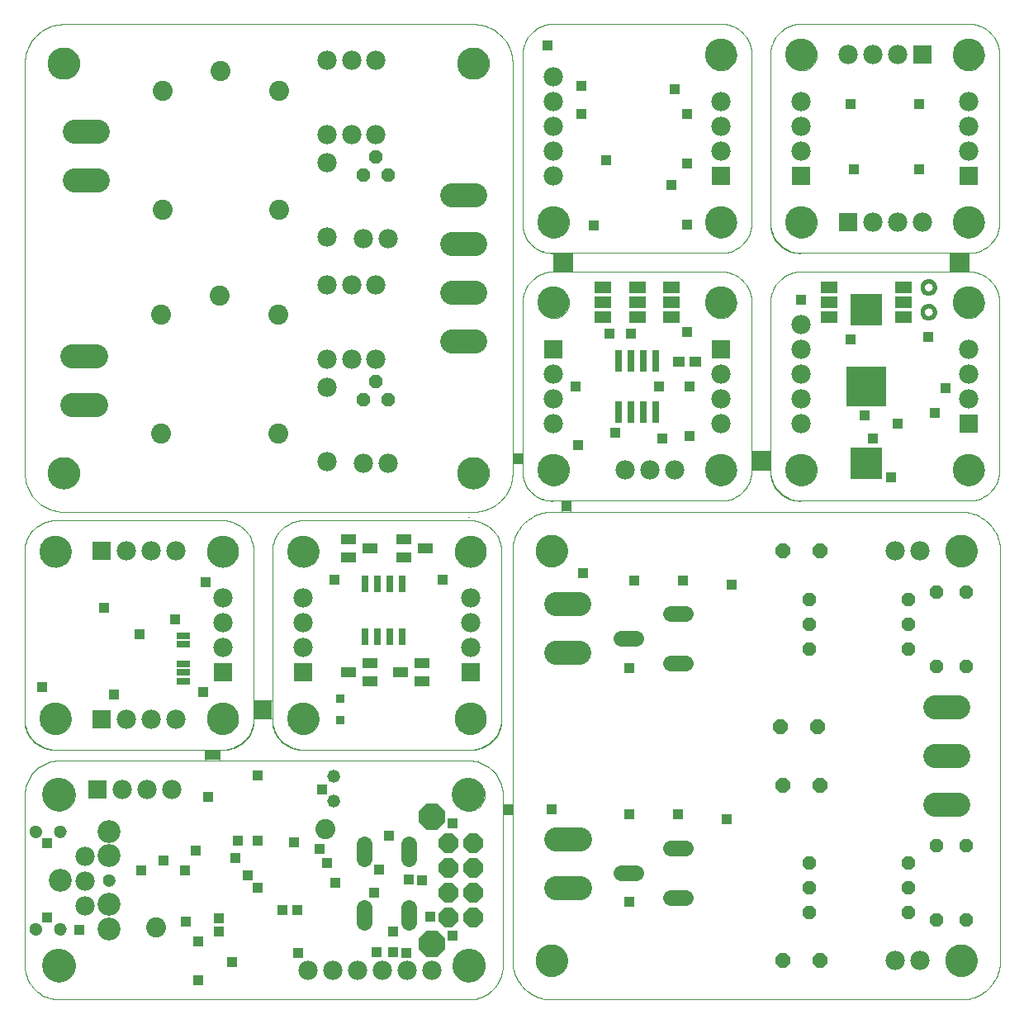
<source format=gbs>
G75*
G70*
%OFA0B0*%
%FSLAX24Y24*%
%IPPOS*%
%LPD*%
%AMOC8*
5,1,8,0,0,1.08239X$1,22.5*
%
%ADD10C,0.0000*%
%ADD11R,0.0750X0.0750*%
%ADD12R,0.0591X0.0443*%
%ADD13R,0.0394X0.0394*%
%ADD14R,0.0394X0.0447*%
%ADD15R,0.0409X0.0394*%
%ADD16C,0.0000*%
%ADD17R,0.0750X0.0750*%
%ADD18R,0.0591X0.0443*%
%ADD19C,0.0000*%
%ADD20C,0.0926*%
%ADD21C,0.0512*%
%ADD22OC8,0.0780*%
%ADD23C,0.0808*%
%ADD24C,0.0520*%
%ADD25R,0.0780X0.0780*%
%ADD26C,0.0780*%
%ADD27C,0.0631*%
%ADD28C,0.1340*%
%ADD29OC8,0.1040*%
%ADD30R,0.0396X0.0396*%
%ADD31C,0.0000*%
%ADD32C,0.1290*%
%ADD33R,0.0540X0.0290*%
%ADD34R,0.0780X0.0780*%
%ADD35C,0.0780*%
%ADD36R,0.0396X0.0396*%
%ADD37C,0.0000*%
%ADD38C,0.1290*%
%ADD39R,0.0780X0.0780*%
%ADD40C,0.0780*%
%ADD41R,0.0276X0.0650*%
%ADD42R,0.0591X0.0434*%
%ADD43R,0.0355X0.0355*%
%ADD44R,0.0396X0.0396*%
%ADD45C,0.0780*%
%ADD46C,0.0977*%
%ADD47OC8,0.0520*%
%ADD48C,0.0808*%
%ADD49C,0.0000*%
%ADD50C,0.1300*%
%ADD51C,0.0000*%
%ADD52C,0.1300*%
%ADD53C,0.0977*%
%ADD54OC8,0.0520*%
%ADD55C,0.0780*%
%ADD56OC8,0.0580*%
%ADD57C,0.0640*%
%ADD58R,0.0396X0.0396*%
%ADD59C,0.0000*%
%ADD60C,0.1290*%
%ADD61R,0.0780X0.0780*%
%ADD62C,0.0780*%
%ADD63R,0.0280X0.0910*%
%ADD64R,0.0473X0.0434*%
%ADD65R,0.0670X0.0500*%
%ADD66R,0.0396X0.0396*%
%ADD67C,0.0000*%
%ADD68C,0.1290*%
%ADD69R,0.0780X0.0780*%
%ADD70C,0.0780*%
%ADD71R,0.0396X0.0396*%
%ADD72C,0.0000*%
%ADD73C,0.1290*%
%ADD74C,0.0780*%
%ADD75R,0.0780X0.0780*%
%ADD76R,0.0396X0.0396*%
%ADD77C,0.0000*%
%ADD78C,0.1290*%
%ADD79C,0.0160*%
%ADD80R,0.0780X0.0780*%
%ADD81C,0.0780*%
%ADD82R,0.0670X0.0500*%
%ADD83R,0.1600X0.1600*%
%ADD84R,0.1290X0.1290*%
%ADD85R,0.0396X0.0396*%
D10*
X000114Y001475D02*
X000114Y001517D01*
X000114Y008368D01*
X000114Y008371D01*
X000114Y008368D02*
X000116Y008440D01*
X000122Y008512D01*
X000131Y008584D01*
X000144Y008655D01*
X000161Y008725D01*
X000181Y008794D01*
X000206Y008862D01*
X000233Y008928D01*
X000264Y008994D01*
X000299Y009057D01*
X000336Y009119D01*
X000377Y009178D01*
X000421Y009235D01*
X000468Y009290D01*
X000518Y009342D01*
X000570Y009392D01*
X000625Y009439D01*
X000682Y009483D01*
X000741Y009524D01*
X000803Y009561D01*
X000866Y009596D01*
X000932Y009627D01*
X000998Y009654D01*
X001066Y009679D01*
X001135Y009699D01*
X001205Y009716D01*
X001276Y009729D01*
X001348Y009738D01*
X001420Y009744D01*
X001492Y009746D01*
X007397Y009746D01*
X007397Y010189D01*
X001350Y010189D01*
X001489Y009746D02*
X001492Y009746D01*
X001350Y010189D02*
X001282Y010191D01*
X001215Y010196D01*
X001148Y010205D01*
X001081Y010218D01*
X001016Y010235D01*
X000951Y010254D01*
X000887Y010278D01*
X000825Y010305D01*
X000764Y010335D01*
X000706Y010368D01*
X000649Y010404D01*
X000594Y010444D01*
X000541Y010486D01*
X000490Y010532D01*
X000443Y010579D01*
X000397Y010630D01*
X000355Y010683D01*
X000315Y010738D01*
X000279Y010795D01*
X000246Y010853D01*
X000216Y010914D01*
X000189Y010976D01*
X000165Y011040D01*
X000146Y011105D01*
X000129Y011170D01*
X000116Y011237D01*
X000107Y011304D01*
X000102Y011371D01*
X000100Y011439D01*
X000100Y018189D01*
X000102Y018257D01*
X000107Y018324D01*
X000116Y018391D01*
X000129Y018458D01*
X000146Y018523D01*
X000165Y018588D01*
X000189Y018652D01*
X000216Y018714D01*
X000246Y018775D01*
X000279Y018833D01*
X000315Y018890D01*
X000355Y018945D01*
X000397Y018998D01*
X000443Y019049D01*
X000490Y019096D01*
X000541Y019142D01*
X000594Y019184D01*
X000649Y019224D01*
X000706Y019260D01*
X000764Y019293D01*
X000825Y019323D01*
X000887Y019350D01*
X000951Y019374D01*
X001016Y019393D01*
X001081Y019410D01*
X001148Y019423D01*
X001215Y019432D01*
X001282Y019437D01*
X001350Y019439D01*
X008100Y019439D01*
X008168Y019437D01*
X008235Y019432D01*
X008302Y019423D01*
X008369Y019410D01*
X008434Y019393D01*
X008499Y019374D01*
X008563Y019350D01*
X008625Y019323D01*
X008686Y019293D01*
X008744Y019260D01*
X008801Y019224D01*
X008856Y019184D01*
X008909Y019142D01*
X008960Y019096D01*
X009007Y019049D01*
X009053Y018998D01*
X009095Y018945D01*
X009135Y018890D01*
X009171Y018833D01*
X009204Y018775D01*
X009234Y018714D01*
X009261Y018652D01*
X009285Y018588D01*
X009304Y018523D01*
X009321Y018458D01*
X009334Y018391D01*
X009343Y018324D01*
X009348Y018257D01*
X009350Y018189D01*
X009350Y012189D01*
X010100Y012189D01*
X010100Y018189D01*
X010102Y018257D01*
X010107Y018324D01*
X010116Y018391D01*
X010129Y018458D01*
X010146Y018523D01*
X010165Y018588D01*
X010189Y018652D01*
X010216Y018714D01*
X010246Y018775D01*
X010279Y018833D01*
X010315Y018890D01*
X010355Y018945D01*
X010397Y018998D01*
X010443Y019049D01*
X010490Y019096D01*
X010541Y019142D01*
X010594Y019184D01*
X010649Y019224D01*
X010706Y019260D01*
X010764Y019293D01*
X010825Y019323D01*
X010887Y019350D01*
X010951Y019374D01*
X011016Y019393D01*
X011081Y019410D01*
X011148Y019423D01*
X011215Y019432D01*
X011282Y019437D01*
X011350Y019439D01*
X018137Y019439D01*
X018030Y019588D02*
X018027Y019588D01*
X018224Y019785D02*
X001689Y019785D01*
X001612Y019787D01*
X001535Y019793D01*
X001458Y019802D01*
X001382Y019815D01*
X001306Y019832D01*
X001232Y019853D01*
X001158Y019877D01*
X001086Y019905D01*
X001016Y019936D01*
X000947Y019971D01*
X000879Y020009D01*
X000814Y020050D01*
X000751Y020095D01*
X000690Y020143D01*
X000631Y020193D01*
X000575Y020246D01*
X000522Y020302D01*
X000472Y020361D01*
X000424Y020422D01*
X000379Y020485D01*
X000338Y020550D01*
X000300Y020618D01*
X000265Y020687D01*
X000234Y020757D01*
X000206Y020829D01*
X000182Y020903D01*
X000161Y020977D01*
X000144Y021053D01*
X000131Y021129D01*
X000122Y021206D01*
X000116Y021283D01*
X000114Y021360D01*
X000114Y037895D01*
X000116Y037972D01*
X000122Y038049D01*
X000131Y038126D01*
X000144Y038202D01*
X000161Y038278D01*
X000182Y038352D01*
X000206Y038426D01*
X000234Y038498D01*
X000265Y038568D01*
X000300Y038637D01*
X000338Y038705D01*
X000379Y038770D01*
X000424Y038833D01*
X000472Y038894D01*
X000522Y038953D01*
X000575Y039009D01*
X000631Y039062D01*
X000690Y039112D01*
X000751Y039160D01*
X000814Y039205D01*
X000879Y039246D01*
X000947Y039284D01*
X001016Y039319D01*
X001086Y039350D01*
X001158Y039378D01*
X001232Y039402D01*
X001306Y039423D01*
X001382Y039440D01*
X001458Y039453D01*
X001535Y039462D01*
X001612Y039468D01*
X001689Y039470D01*
X018224Y039470D01*
X018301Y039468D01*
X018378Y039462D01*
X018455Y039453D01*
X018531Y039440D01*
X018607Y039423D01*
X018681Y039402D01*
X018755Y039378D01*
X018827Y039350D01*
X018897Y039319D01*
X018966Y039284D01*
X019034Y039246D01*
X019099Y039205D01*
X019162Y039160D01*
X019223Y039112D01*
X019282Y039062D01*
X019338Y039009D01*
X019391Y038953D01*
X019441Y038894D01*
X019489Y038833D01*
X019534Y038770D01*
X019575Y038705D01*
X019613Y038637D01*
X019648Y038568D01*
X019679Y038498D01*
X019707Y038426D01*
X019731Y038352D01*
X019752Y038278D01*
X019769Y038202D01*
X019782Y038126D01*
X019791Y038049D01*
X019797Y037972D01*
X019799Y037895D01*
X019799Y022147D01*
X020208Y022147D01*
X020208Y028232D01*
X020210Y028300D01*
X020215Y028367D01*
X020224Y028434D01*
X020237Y028501D01*
X020254Y028566D01*
X020273Y028631D01*
X020297Y028695D01*
X020324Y028757D01*
X020354Y028818D01*
X020387Y028876D01*
X020423Y028933D01*
X020463Y028988D01*
X020505Y029041D01*
X020551Y029092D01*
X020598Y029139D01*
X020649Y029185D01*
X020702Y029227D01*
X020757Y029267D01*
X020814Y029303D01*
X020872Y029336D01*
X020933Y029366D01*
X020995Y029393D01*
X021059Y029417D01*
X021124Y029436D01*
X021189Y029453D01*
X021256Y029466D01*
X021323Y029475D01*
X021390Y029480D01*
X021458Y029482D01*
X021458Y030232D01*
X022208Y030232D02*
X022208Y029482D01*
X028208Y029482D01*
X028208Y030232D02*
X022208Y030232D01*
X021458Y030232D02*
X021392Y030230D01*
X021326Y030232D01*
X021260Y030238D01*
X021194Y030247D01*
X021129Y030260D01*
X021064Y030277D01*
X021001Y030297D01*
X020939Y030321D01*
X020879Y030348D01*
X020820Y030379D01*
X020762Y030413D01*
X020707Y030450D01*
X020654Y030490D01*
X020604Y030533D01*
X020555Y030578D01*
X020510Y030627D01*
X020467Y030677D01*
X020427Y030730D01*
X020390Y030785D01*
X020356Y030843D01*
X020325Y030902D01*
X020298Y030962D01*
X020274Y031024D01*
X020254Y031087D01*
X020237Y031152D01*
X020224Y031217D01*
X020215Y031283D01*
X020209Y031349D01*
X020207Y031415D01*
X020209Y031481D01*
X020208Y031482D02*
X020208Y038232D01*
X020210Y038300D01*
X020215Y038367D01*
X020224Y038434D01*
X020237Y038501D01*
X020254Y038566D01*
X020273Y038631D01*
X020297Y038695D01*
X020324Y038757D01*
X020354Y038818D01*
X020387Y038876D01*
X020423Y038933D01*
X020463Y038988D01*
X020505Y039041D01*
X020551Y039092D01*
X020598Y039139D01*
X020649Y039185D01*
X020702Y039227D01*
X020757Y039267D01*
X020814Y039303D01*
X020872Y039336D01*
X020933Y039366D01*
X020995Y039393D01*
X021059Y039417D01*
X021124Y039436D01*
X021189Y039453D01*
X021256Y039466D01*
X021323Y039475D01*
X021390Y039480D01*
X021458Y039482D01*
X028208Y039482D01*
X028276Y039480D01*
X028343Y039475D01*
X028410Y039466D01*
X028477Y039453D01*
X028542Y039436D01*
X028607Y039417D01*
X028671Y039393D01*
X028733Y039366D01*
X028794Y039336D01*
X028852Y039303D01*
X028909Y039267D01*
X028964Y039227D01*
X029017Y039185D01*
X029068Y039139D01*
X029115Y039092D01*
X029161Y039041D01*
X029203Y038988D01*
X029243Y038933D01*
X029279Y038876D01*
X029312Y038818D01*
X029342Y038757D01*
X029369Y038695D01*
X029393Y038631D01*
X029412Y038566D01*
X029429Y038501D01*
X029442Y038434D01*
X029451Y038367D01*
X029456Y038300D01*
X029458Y038232D01*
X029458Y031482D01*
X030208Y031482D02*
X030208Y038232D01*
X030210Y038300D01*
X030215Y038367D01*
X030224Y038434D01*
X030237Y038501D01*
X030254Y038566D01*
X030273Y038631D01*
X030297Y038695D01*
X030324Y038757D01*
X030354Y038818D01*
X030387Y038876D01*
X030423Y038933D01*
X030463Y038988D01*
X030505Y039041D01*
X030551Y039092D01*
X030598Y039139D01*
X030649Y039185D01*
X030702Y039227D01*
X030757Y039267D01*
X030814Y039303D01*
X030872Y039336D01*
X030933Y039366D01*
X030995Y039393D01*
X031059Y039417D01*
X031124Y039436D01*
X031189Y039453D01*
X031256Y039466D01*
X031323Y039475D01*
X031390Y039480D01*
X031458Y039482D01*
X038208Y039482D01*
X038276Y039480D01*
X038343Y039475D01*
X038410Y039466D01*
X038477Y039453D01*
X038542Y039436D01*
X038607Y039417D01*
X038671Y039393D01*
X038733Y039366D01*
X038794Y039336D01*
X038852Y039303D01*
X038909Y039267D01*
X038964Y039227D01*
X039017Y039185D01*
X039068Y039139D01*
X039115Y039092D01*
X039161Y039041D01*
X039203Y038988D01*
X039243Y038933D01*
X039279Y038876D01*
X039312Y038818D01*
X039342Y038757D01*
X039369Y038695D01*
X039393Y038631D01*
X039412Y038566D01*
X039429Y038501D01*
X039442Y038434D01*
X039451Y038367D01*
X039456Y038300D01*
X039458Y038232D01*
X039458Y031482D01*
X039456Y031414D01*
X039451Y031347D01*
X039442Y031280D01*
X039429Y031213D01*
X039412Y031148D01*
X039393Y031083D01*
X039369Y031019D01*
X039342Y030957D01*
X039312Y030896D01*
X039279Y030838D01*
X039243Y030781D01*
X039203Y030726D01*
X039161Y030673D01*
X039115Y030622D01*
X039068Y030575D01*
X039017Y030529D01*
X038964Y030487D01*
X038909Y030447D01*
X038852Y030411D01*
X038794Y030378D01*
X038733Y030348D01*
X038671Y030321D01*
X038607Y030297D01*
X038542Y030278D01*
X038477Y030261D01*
X038410Y030248D01*
X038343Y030239D01*
X038276Y030234D01*
X038208Y030232D01*
X038208Y029482D01*
X037458Y029482D02*
X037458Y030232D01*
X031458Y030232D01*
X031458Y029482D02*
X037458Y029482D01*
X038208Y029482D02*
X038276Y029480D01*
X038343Y029475D01*
X038410Y029466D01*
X038477Y029453D01*
X038542Y029436D01*
X038607Y029417D01*
X038671Y029393D01*
X038733Y029366D01*
X038794Y029336D01*
X038852Y029303D01*
X038909Y029267D01*
X038964Y029227D01*
X039017Y029185D01*
X039068Y029139D01*
X039115Y029092D01*
X039161Y029041D01*
X039203Y028988D01*
X039243Y028933D01*
X039279Y028876D01*
X039312Y028818D01*
X039342Y028757D01*
X039369Y028695D01*
X039393Y028631D01*
X039412Y028566D01*
X039429Y028501D01*
X039442Y028434D01*
X039451Y028367D01*
X039456Y028300D01*
X039458Y028232D01*
X039458Y021482D01*
X039456Y021414D01*
X039451Y021347D01*
X039442Y021280D01*
X039429Y021213D01*
X039412Y021148D01*
X039393Y021083D01*
X039369Y021019D01*
X039342Y020957D01*
X039312Y020896D01*
X039279Y020838D01*
X039243Y020781D01*
X039203Y020726D01*
X039161Y020673D01*
X039115Y020622D01*
X039068Y020575D01*
X039017Y020529D01*
X038964Y020487D01*
X038909Y020447D01*
X038852Y020411D01*
X038794Y020378D01*
X038733Y020348D01*
X038671Y020321D01*
X038607Y020297D01*
X038542Y020278D01*
X038477Y020261D01*
X038410Y020248D01*
X038343Y020239D01*
X038276Y020234D01*
X038208Y020232D01*
X031458Y020232D01*
X031392Y020230D01*
X031326Y020232D01*
X031260Y020238D01*
X031194Y020247D01*
X031129Y020260D01*
X031064Y020277D01*
X031001Y020297D01*
X030939Y020321D01*
X030879Y020348D01*
X030820Y020379D01*
X030762Y020413D01*
X030707Y020450D01*
X030654Y020490D01*
X030604Y020533D01*
X030555Y020578D01*
X030510Y020627D01*
X030467Y020677D01*
X030427Y020730D01*
X030390Y020785D01*
X030356Y020843D01*
X030325Y020902D01*
X030298Y020962D01*
X030274Y021024D01*
X030254Y021087D01*
X030237Y021152D01*
X030224Y021217D01*
X030215Y021283D01*
X030209Y021349D01*
X030207Y021415D01*
X030209Y021481D01*
X030208Y021482D02*
X029458Y021482D01*
X029458Y022232D02*
X029458Y028232D01*
X030208Y028232D02*
X030208Y022232D01*
X029458Y022232D01*
X029458Y021482D02*
X029456Y021414D01*
X029451Y021347D01*
X029442Y021280D01*
X029429Y021213D01*
X029412Y021148D01*
X029393Y021083D01*
X029369Y021019D01*
X029342Y020957D01*
X029312Y020896D01*
X029279Y020838D01*
X029243Y020781D01*
X029203Y020726D01*
X029161Y020673D01*
X029115Y020622D01*
X029068Y020575D01*
X029017Y020529D01*
X028964Y020487D01*
X028909Y020447D01*
X028852Y020411D01*
X028794Y020378D01*
X028733Y020348D01*
X028671Y020321D01*
X028607Y020297D01*
X028542Y020278D01*
X028477Y020261D01*
X028410Y020248D01*
X028343Y020239D01*
X028276Y020234D01*
X028208Y020232D01*
X022161Y020232D01*
X022161Y019785D01*
X037909Y019785D01*
X037986Y019783D01*
X038063Y019777D01*
X038140Y019768D01*
X038216Y019755D01*
X038292Y019738D01*
X038366Y019717D01*
X038440Y019693D01*
X038512Y019665D01*
X038582Y019634D01*
X038651Y019599D01*
X038719Y019561D01*
X038784Y019520D01*
X038847Y019475D01*
X038908Y019427D01*
X038967Y019377D01*
X039023Y019324D01*
X039076Y019268D01*
X039126Y019209D01*
X039174Y019148D01*
X039219Y019085D01*
X039260Y019020D01*
X039298Y018952D01*
X039333Y018883D01*
X039364Y018813D01*
X039392Y018741D01*
X039416Y018667D01*
X039437Y018593D01*
X039454Y018517D01*
X039467Y018441D01*
X039476Y018364D01*
X039482Y018287D01*
X039484Y018210D01*
X039484Y001675D01*
X039482Y001598D01*
X039476Y001521D01*
X039467Y001444D01*
X039454Y001368D01*
X039437Y001292D01*
X039416Y001218D01*
X039392Y001144D01*
X039364Y001072D01*
X039333Y001002D01*
X039298Y000933D01*
X039260Y000865D01*
X039219Y000800D01*
X039174Y000737D01*
X039126Y000676D01*
X039076Y000617D01*
X039023Y000561D01*
X038967Y000508D01*
X038908Y000458D01*
X038847Y000410D01*
X038784Y000365D01*
X038719Y000324D01*
X038651Y000286D01*
X038582Y000251D01*
X038512Y000220D01*
X038440Y000192D01*
X038366Y000168D01*
X038292Y000147D01*
X038216Y000130D01*
X038140Y000117D01*
X038063Y000108D01*
X037986Y000102D01*
X037909Y000100D01*
X021374Y000100D01*
X021297Y000102D01*
X021220Y000108D01*
X021143Y000117D01*
X021067Y000130D01*
X020991Y000147D01*
X020917Y000168D01*
X020843Y000192D01*
X020771Y000220D01*
X020701Y000251D01*
X020632Y000286D01*
X020564Y000324D01*
X020499Y000365D01*
X020436Y000410D01*
X020375Y000458D01*
X020316Y000508D01*
X020260Y000561D01*
X020207Y000617D01*
X020157Y000676D01*
X020109Y000737D01*
X020064Y000800D01*
X020023Y000865D01*
X019985Y000933D01*
X019950Y001002D01*
X019919Y001072D01*
X019891Y001144D01*
X019867Y001218D01*
X019846Y001292D01*
X019829Y001368D01*
X019816Y001444D01*
X019807Y001521D01*
X019801Y001598D01*
X019799Y001675D01*
X019799Y007580D01*
X019405Y007580D01*
X019405Y001478D01*
X019403Y001406D01*
X019397Y001334D01*
X019388Y001262D01*
X019375Y001191D01*
X019358Y001121D01*
X019338Y001052D01*
X019313Y000984D01*
X019286Y000918D01*
X019255Y000852D01*
X019220Y000789D01*
X019183Y000727D01*
X019142Y000668D01*
X019098Y000611D01*
X019051Y000556D01*
X019001Y000504D01*
X018949Y000454D01*
X018894Y000407D01*
X018837Y000363D01*
X018778Y000322D01*
X018716Y000285D01*
X018653Y000250D01*
X018587Y000219D01*
X018521Y000192D01*
X018453Y000167D01*
X018384Y000147D01*
X018314Y000130D01*
X018243Y000117D01*
X018171Y000108D01*
X018099Y000102D01*
X018027Y000100D01*
X018030Y000100D01*
X018027Y000100D02*
X001492Y000100D01*
X001489Y000100D01*
X001491Y000100D02*
X001418Y000103D01*
X001345Y000110D01*
X001273Y000120D01*
X001201Y000135D01*
X001130Y000153D01*
X001060Y000175D01*
X000992Y000200D01*
X000924Y000229D01*
X000859Y000261D01*
X000795Y000297D01*
X000733Y000336D01*
X000673Y000379D01*
X000616Y000424D01*
X000561Y000472D01*
X000509Y000523D01*
X000459Y000577D01*
X000412Y000634D01*
X000369Y000692D01*
X000328Y000753D01*
X000291Y000816D01*
X000257Y000881D01*
X000226Y000947D01*
X000199Y001015D01*
X000175Y001085D01*
X000156Y001155D01*
X000140Y001227D01*
X000127Y001299D01*
X000119Y001371D01*
X000114Y001445D01*
X000113Y001518D01*
X007988Y009746D02*
X018027Y009746D01*
X018421Y009746D02*
X018424Y009746D01*
X018100Y010189D02*
X011350Y010189D01*
X011282Y010191D01*
X011215Y010196D01*
X011148Y010205D01*
X011081Y010218D01*
X011016Y010235D01*
X010951Y010254D01*
X010887Y010278D01*
X010825Y010305D01*
X010764Y010335D01*
X010706Y010368D01*
X010649Y010404D01*
X010594Y010444D01*
X010541Y010486D01*
X010490Y010532D01*
X010443Y010579D01*
X010397Y010630D01*
X010355Y010683D01*
X010315Y010738D01*
X010279Y010795D01*
X010246Y010853D01*
X010216Y010914D01*
X010189Y010976D01*
X010165Y011040D01*
X010146Y011105D01*
X010129Y011170D01*
X010116Y011237D01*
X010107Y011304D01*
X010102Y011371D01*
X010100Y011439D01*
X009350Y011439D01*
X009349Y011438D02*
X009351Y011372D01*
X009349Y011306D01*
X009343Y011240D01*
X009334Y011174D01*
X009321Y011109D01*
X009304Y011044D01*
X009284Y010981D01*
X009260Y010919D01*
X009233Y010859D01*
X009202Y010800D01*
X009168Y010742D01*
X009131Y010687D01*
X009091Y010634D01*
X009048Y010584D01*
X009003Y010535D01*
X008954Y010490D01*
X008904Y010447D01*
X008851Y010407D01*
X008796Y010370D01*
X008738Y010336D01*
X008679Y010305D01*
X008619Y010278D01*
X008557Y010254D01*
X008494Y010234D01*
X008429Y010217D01*
X008364Y010204D01*
X008298Y010195D01*
X008232Y010189D01*
X008166Y010187D01*
X008100Y010189D01*
X007988Y010189D01*
X007988Y009746D01*
X018027Y009746D02*
X018099Y009744D01*
X018171Y009738D01*
X018243Y009729D01*
X018314Y009716D01*
X018384Y009699D01*
X018453Y009679D01*
X018521Y009654D01*
X018587Y009627D01*
X018653Y009596D01*
X018716Y009561D01*
X018778Y009524D01*
X018837Y009483D01*
X018894Y009439D01*
X018949Y009392D01*
X019001Y009342D01*
X019051Y009290D01*
X019098Y009235D01*
X019142Y009178D01*
X019183Y009119D01*
X019220Y009057D01*
X019255Y008994D01*
X019286Y008928D01*
X019313Y008862D01*
X019338Y008794D01*
X019358Y008725D01*
X019375Y008655D01*
X019388Y008584D01*
X019397Y008512D01*
X019403Y008440D01*
X019405Y008368D01*
X019405Y007974D01*
X019799Y007974D01*
X019799Y018210D01*
X019350Y018189D02*
X019350Y011439D01*
X019349Y011438D02*
X019351Y011372D01*
X019349Y011306D01*
X019343Y011240D01*
X019334Y011174D01*
X019321Y011109D01*
X019304Y011044D01*
X019284Y010981D01*
X019260Y010919D01*
X019233Y010859D01*
X019202Y010800D01*
X019168Y010742D01*
X019131Y010687D01*
X019091Y010634D01*
X019048Y010584D01*
X019003Y010535D01*
X018954Y010490D01*
X018904Y010447D01*
X018851Y010407D01*
X018796Y010370D01*
X018738Y010336D01*
X018679Y010305D01*
X018619Y010278D01*
X018557Y010254D01*
X018494Y010234D01*
X018429Y010217D01*
X018364Y010204D01*
X018298Y010195D01*
X018232Y010189D01*
X018166Y010187D01*
X018100Y010189D01*
X019350Y018189D02*
X019348Y018257D01*
X019343Y018324D01*
X019334Y018391D01*
X019321Y018458D01*
X019304Y018523D01*
X019285Y018588D01*
X019261Y018652D01*
X019234Y018714D01*
X019204Y018775D01*
X019171Y018833D01*
X019135Y018890D01*
X019095Y018945D01*
X019053Y018998D01*
X019007Y019049D01*
X018960Y019096D01*
X018909Y019142D01*
X018856Y019184D01*
X018801Y019224D01*
X018744Y019260D01*
X018686Y019293D01*
X018625Y019323D01*
X018563Y019350D01*
X018499Y019374D01*
X018434Y019393D01*
X018369Y019410D01*
X018302Y019423D01*
X018235Y019432D01*
X018168Y019437D01*
X018100Y019439D01*
X018224Y019785D02*
X018301Y019787D01*
X018378Y019793D01*
X018455Y019802D01*
X018531Y019815D01*
X018607Y019832D01*
X018681Y019853D01*
X018755Y019877D01*
X018827Y019905D01*
X018897Y019936D01*
X018966Y019971D01*
X019034Y020009D01*
X019099Y020050D01*
X019162Y020095D01*
X019223Y020143D01*
X019282Y020193D01*
X019338Y020246D01*
X019391Y020302D01*
X019441Y020361D01*
X019489Y020422D01*
X019534Y020485D01*
X019575Y020550D01*
X019613Y020618D01*
X019648Y020687D01*
X019679Y020757D01*
X019707Y020829D01*
X019731Y020903D01*
X019752Y020977D01*
X019769Y021053D01*
X019782Y021129D01*
X019791Y021206D01*
X019797Y021283D01*
X019799Y021360D01*
X019799Y021754D01*
X020208Y021754D01*
X020208Y021482D01*
X020209Y021481D02*
X020207Y021415D01*
X020209Y021349D01*
X020215Y021283D01*
X020224Y021217D01*
X020237Y021152D01*
X020254Y021087D01*
X020274Y021024D01*
X020298Y020962D01*
X020325Y020902D01*
X020356Y020843D01*
X020390Y020785D01*
X020427Y020730D01*
X020467Y020677D01*
X020510Y020627D01*
X020555Y020578D01*
X020604Y020533D01*
X020654Y020490D01*
X020707Y020450D01*
X020762Y020413D01*
X020820Y020379D01*
X020879Y020348D01*
X020939Y020321D01*
X021001Y020297D01*
X021064Y020277D01*
X021129Y020260D01*
X021194Y020247D01*
X021260Y020238D01*
X021326Y020232D01*
X021392Y020230D01*
X021458Y020232D01*
X021767Y020232D01*
X021767Y019785D01*
X021374Y019785D01*
X021297Y019783D01*
X021220Y019777D01*
X021143Y019768D01*
X021067Y019755D01*
X020991Y019738D01*
X020917Y019717D01*
X020843Y019693D01*
X020771Y019665D01*
X020701Y019634D01*
X020632Y019599D01*
X020564Y019561D01*
X020499Y019520D01*
X020436Y019475D01*
X020375Y019427D01*
X020316Y019377D01*
X020260Y019324D01*
X020207Y019268D01*
X020157Y019209D01*
X020109Y019148D01*
X020064Y019085D01*
X020023Y019020D01*
X019985Y018952D01*
X019950Y018883D01*
X019919Y018813D01*
X019891Y018741D01*
X019867Y018667D01*
X019846Y018593D01*
X019829Y018517D01*
X019816Y018441D01*
X019807Y018364D01*
X019801Y018287D01*
X019799Y018210D01*
X029458Y028232D02*
X029456Y028300D01*
X029451Y028367D01*
X029442Y028434D01*
X029429Y028501D01*
X029412Y028566D01*
X029393Y028631D01*
X029369Y028695D01*
X029342Y028757D01*
X029312Y028818D01*
X029279Y028876D01*
X029243Y028933D01*
X029203Y028988D01*
X029161Y029041D01*
X029115Y029092D01*
X029068Y029139D01*
X029017Y029185D01*
X028964Y029227D01*
X028909Y029267D01*
X028852Y029303D01*
X028794Y029336D01*
X028733Y029366D01*
X028671Y029393D01*
X028607Y029417D01*
X028542Y029436D01*
X028477Y029453D01*
X028410Y029466D01*
X028343Y029475D01*
X028276Y029480D01*
X028208Y029482D01*
X028208Y030232D02*
X028276Y030234D01*
X028343Y030239D01*
X028410Y030248D01*
X028477Y030261D01*
X028542Y030278D01*
X028607Y030297D01*
X028671Y030321D01*
X028733Y030348D01*
X028794Y030378D01*
X028852Y030411D01*
X028909Y030447D01*
X028964Y030487D01*
X029017Y030529D01*
X029068Y030575D01*
X029115Y030622D01*
X029161Y030673D01*
X029203Y030726D01*
X029243Y030781D01*
X029279Y030838D01*
X029312Y030896D01*
X029342Y030957D01*
X029369Y031019D01*
X029393Y031083D01*
X029412Y031148D01*
X029429Y031213D01*
X029442Y031280D01*
X029451Y031347D01*
X029456Y031414D01*
X029458Y031482D01*
X030209Y031481D02*
X030207Y031415D01*
X030209Y031349D01*
X030215Y031283D01*
X030224Y031217D01*
X030237Y031152D01*
X030254Y031087D01*
X030274Y031024D01*
X030298Y030962D01*
X030325Y030902D01*
X030356Y030843D01*
X030390Y030785D01*
X030427Y030730D01*
X030467Y030677D01*
X030510Y030627D01*
X030555Y030578D01*
X030604Y030533D01*
X030654Y030490D01*
X030707Y030450D01*
X030762Y030413D01*
X030820Y030379D01*
X030879Y030348D01*
X030939Y030321D01*
X031001Y030297D01*
X031064Y030277D01*
X031129Y030260D01*
X031194Y030247D01*
X031260Y030238D01*
X031326Y030232D01*
X031392Y030230D01*
X031458Y030232D01*
X031458Y029482D02*
X031390Y029480D01*
X031323Y029475D01*
X031256Y029466D01*
X031189Y029453D01*
X031124Y029436D01*
X031059Y029417D01*
X030995Y029393D01*
X030933Y029366D01*
X030872Y029336D01*
X030814Y029303D01*
X030757Y029267D01*
X030702Y029227D01*
X030649Y029185D01*
X030598Y029139D01*
X030551Y029092D01*
X030505Y029041D01*
X030463Y028988D01*
X030423Y028933D01*
X030387Y028876D01*
X030354Y028818D01*
X030324Y028757D01*
X030297Y028695D01*
X030273Y028631D01*
X030254Y028566D01*
X030237Y028501D01*
X030224Y028434D01*
X030215Y028367D01*
X030210Y028300D01*
X030208Y028232D01*
D11*
X029833Y021857D03*
X021833Y029857D03*
X037833Y029857D03*
X009725Y011814D03*
D12*
X007693Y009967D03*
D13*
X019602Y007777D03*
D14*
X021964Y020008D03*
D15*
X020004Y021950D03*
D16*
X1489Y100D02*
X1492Y100D01*
X18027Y100D01*
X18030Y100D01*
X18027Y100D02*
X18099Y102D01*
X18171Y108D01*
X18243Y117D01*
X18314Y130D01*
X18384Y147D01*
X18453Y167D01*
X18521Y192D01*
X18587Y219D01*
X18653Y250D01*
X18716Y285D01*
X18778Y322D01*
X18837Y363D01*
X18894Y407D01*
X18949Y454D01*
X19001Y504D01*
X19051Y556D01*
X19098Y611D01*
X19142Y668D01*
X19183Y727D01*
X19220Y789D01*
X19255Y852D01*
X19286Y918D01*
X19313Y984D01*
X19338Y1052D01*
X19358Y1121D01*
X19375Y1191D01*
X19388Y1262D01*
X19397Y1334D01*
X19403Y1406D01*
X19405Y1478D01*
X19405Y8368D01*
X19403Y8440D01*
X19397Y8512D01*
X19388Y8584D01*
X19375Y8655D01*
X19358Y8725D01*
X19338Y8794D01*
X19313Y8862D01*
X19286Y8928D01*
X19255Y8994D01*
X19220Y9057D01*
X19183Y9119D01*
X19142Y9178D01*
X19098Y9235D01*
X19051Y9290D01*
X19001Y9342D01*
X18949Y9392D01*
X18894Y9439D01*
X18837Y9483D01*
X18778Y9524D01*
X18716Y9561D01*
X18653Y9596D01*
X18587Y9627D01*
X18521Y9654D01*
X18453Y9679D01*
X18384Y9699D01*
X18314Y9716D01*
X18243Y9729D01*
X18171Y9738D01*
X18099Y9744D01*
X18027Y9746D01*
X7988Y9746D01*
X7988Y10189D01*
X8100Y10189D01*
X7397Y10189D02*
X7397Y9746D01*
X1492Y9746D01*
X1489Y9746D01*
X1350Y10189D02*
X7397Y10189D01*
X8100Y10189D02*
X8166Y10187D01*
X8232Y10189D01*
X8298Y10195D01*
X8364Y10204D01*
X8429Y10217D01*
X8494Y10234D01*
X8557Y10254D01*
X8619Y10278D01*
X8679Y10305D01*
X8738Y10336D01*
X8796Y10370D01*
X8851Y10407D01*
X8904Y10447D01*
X8954Y10490D01*
X9003Y10535D01*
X9048Y10584D01*
X9091Y10634D01*
X9131Y10687D01*
X9168Y10742D01*
X9202Y10800D01*
X9233Y10859D01*
X9260Y10919D01*
X9284Y10981D01*
X9304Y11044D01*
X9321Y11109D01*
X9334Y11174D01*
X9343Y11240D01*
X9349Y11306D01*
X9351Y11372D01*
X9349Y11438D01*
X9350Y11439D02*
X10100Y11439D01*
X10100Y12189D02*
X10100Y18189D01*
X9350Y18189D02*
X9350Y12189D01*
X10100Y12189D01*
X10100Y11439D02*
X10102Y11371D01*
X10107Y11304D01*
X10116Y11237D01*
X10129Y11170D01*
X10146Y11105D01*
X10165Y11040D01*
X10189Y10976D01*
X10216Y10914D01*
X10246Y10853D01*
X10279Y10795D01*
X10315Y10738D01*
X10355Y10683D01*
X10397Y10630D01*
X10443Y10579D01*
X10490Y10532D01*
X10541Y10486D01*
X10594Y10444D01*
X10649Y10404D01*
X10706Y10368D01*
X10764Y10335D01*
X10825Y10305D01*
X10887Y10278D01*
X10951Y10254D01*
X11016Y10235D01*
X11081Y10218D01*
X11148Y10205D01*
X11215Y10196D01*
X11282Y10191D01*
X11350Y10189D01*
X18100Y10189D01*
X18421Y9746D02*
X18424Y9746D01*
X18100Y10189D02*
X18166Y10187D01*
X18232Y10189D01*
X18298Y10195D01*
X18364Y10204D01*
X18429Y10217D01*
X18494Y10234D01*
X18557Y10254D01*
X18619Y10278D01*
X18679Y10305D01*
X18738Y10336D01*
X18796Y10370D01*
X18851Y10407D01*
X18904Y10447D01*
X18954Y10490D01*
X19003Y10535D01*
X19048Y10584D01*
X19091Y10634D01*
X19131Y10687D01*
X19168Y10742D01*
X19202Y10800D01*
X19233Y10859D01*
X19260Y10919D01*
X19284Y10981D01*
X19304Y11044D01*
X19321Y11109D01*
X19334Y11174D01*
X19343Y11240D01*
X19349Y11306D01*
X19351Y11372D01*
X19349Y11438D01*
X19350Y11439D02*
X19350Y18189D01*
X19348Y18257D01*
X19343Y18324D01*
X19334Y18391D01*
X19321Y18458D01*
X19304Y18523D01*
X19285Y18588D01*
X19261Y18652D01*
X19234Y18714D01*
X19204Y18775D01*
X19171Y18833D01*
X19135Y18890D01*
X19095Y18945D01*
X19053Y18998D01*
X19007Y19049D01*
X18960Y19096D01*
X18909Y19142D01*
X18856Y19184D01*
X18801Y19224D01*
X18744Y19260D01*
X18686Y19293D01*
X18625Y19323D01*
X18563Y19350D01*
X18499Y19374D01*
X18434Y19393D01*
X18369Y19410D01*
X18302Y19423D01*
X18235Y19432D01*
X18168Y19437D01*
X18100Y19439D01*
X18137Y19439D02*
X11350Y19439D01*
X11282Y19437D01*
X11215Y19432D01*
X11148Y19423D01*
X11081Y19410D01*
X11016Y19393D01*
X10951Y19374D01*
X10887Y19350D01*
X10825Y19323D01*
X10764Y19293D01*
X10706Y19260D01*
X10649Y19224D01*
X10594Y19184D01*
X10541Y19142D01*
X10490Y19096D01*
X10443Y19049D01*
X10397Y18998D01*
X10355Y18945D01*
X10315Y18890D01*
X10279Y18833D01*
X10246Y18775D01*
X10216Y18714D01*
X10189Y18652D01*
X10165Y18588D01*
X10146Y18523D01*
X10129Y18458D01*
X10116Y18391D01*
X10107Y18324D01*
X10102Y18257D01*
X10100Y18189D01*
X9350Y18189D02*
X9348Y18257D01*
X9343Y18324D01*
X9334Y18391D01*
X9321Y18458D01*
X9304Y18523D01*
X9285Y18588D01*
X9261Y18652D01*
X9234Y18714D01*
X9204Y18775D01*
X9171Y18833D01*
X9135Y18890D01*
X9095Y18945D01*
X9053Y18998D01*
X9007Y19049D01*
X8960Y19096D01*
X8909Y19142D01*
X8856Y19184D01*
X8801Y19224D01*
X8744Y19260D01*
X8686Y19293D01*
X8625Y19323D01*
X8563Y19350D01*
X8499Y19374D01*
X8434Y19393D01*
X8369Y19410D01*
X8302Y19423D01*
X8235Y19432D01*
X8168Y19437D01*
X8100Y19439D01*
X1350Y19439D01*
X1282Y19437D01*
X1215Y19432D01*
X1148Y19423D01*
X1081Y19410D01*
X1016Y19393D01*
X951Y19374D01*
X887Y19350D01*
X825Y19323D01*
X764Y19293D01*
X706Y19260D01*
X649Y19224D01*
X594Y19184D01*
X541Y19142D01*
X490Y19096D01*
X443Y19049D01*
X397Y18998D01*
X355Y18945D01*
X315Y18890D01*
X279Y18833D01*
X246Y18775D01*
X216Y18714D01*
X189Y18652D01*
X165Y18588D01*
X146Y18523D01*
X129Y18458D01*
X116Y18391D01*
X107Y18324D01*
X102Y18257D01*
X100Y18189D01*
X100Y11439D01*
X102Y11371D01*
X107Y11304D01*
X116Y11237D01*
X129Y11170D01*
X146Y11105D01*
X165Y11040D01*
X189Y10976D01*
X216Y10914D01*
X246Y10853D01*
X279Y10795D01*
X315Y10738D01*
X355Y10683D01*
X397Y10630D01*
X443Y10579D01*
X490Y10532D01*
X541Y10486D01*
X594Y10444D01*
X649Y10404D01*
X706Y10368D01*
X764Y10335D01*
X825Y10305D01*
X887Y10278D01*
X951Y10254D01*
X1016Y10235D01*
X1081Y10218D01*
X1148Y10205D01*
X1215Y10196D01*
X1282Y10191D01*
X1350Y10189D01*
X1492Y9746D02*
X1420Y9744D01*
X1348Y9738D01*
X1276Y9729D01*
X1205Y9716D01*
X1135Y9699D01*
X1066Y9679D01*
X998Y9654D01*
X932Y9627D01*
X866Y9596D01*
X803Y9561D01*
X741Y9524D01*
X682Y9483D01*
X625Y9439D01*
X570Y9392D01*
X518Y9342D01*
X468Y9290D01*
X421Y9235D01*
X377Y9178D01*
X336Y9119D01*
X299Y9057D01*
X264Y8994D01*
X233Y8928D01*
X206Y8862D01*
X181Y8794D01*
X161Y8725D01*
X144Y8655D01*
X131Y8584D01*
X122Y8512D01*
X116Y8440D01*
X114Y8368D01*
X114Y8371D01*
X114Y8368D02*
X114Y1518D01*
X114Y1475D01*
X113Y1518D02*
X114Y1445D01*
X119Y1371D01*
X127Y1299D01*
X140Y1227D01*
X156Y1155D01*
X175Y1085D01*
X199Y1015D01*
X226Y947D01*
X257Y881D01*
X291Y816D01*
X328Y753D01*
X369Y692D01*
X412Y634D01*
X459Y577D01*
X509Y523D01*
X561Y472D01*
X616Y424D01*
X673Y379D01*
X733Y336D01*
X795Y297D01*
X859Y261D01*
X924Y229D01*
X992Y200D01*
X1060Y175D01*
X1130Y153D01*
X1201Y135D01*
X1273Y120D01*
X1345Y110D01*
X1418Y103D01*
X1491Y100D01*
X18027Y19589D02*
X18030Y19589D01*
D17*
X9725Y11814D03*
D18*
X7693Y9967D03*
D19*
X1489Y100D02*
X1492Y100D01*
X18027Y100D01*
X18030Y100D01*
X17380Y1475D02*
X17382Y1525D01*
X17388Y1575D01*
X17398Y1625D01*
X17411Y1673D01*
X17428Y1721D01*
X17449Y1767D01*
X17473Y1811D01*
X17501Y1853D01*
X17532Y1893D01*
X17566Y1930D01*
X17603Y1965D01*
X17642Y1996D01*
X17683Y2025D01*
X17727Y2050D01*
X17773Y2072D01*
X17820Y2090D01*
X17868Y2104D01*
X17917Y2115D01*
X17967Y2122D01*
X18017Y2125D01*
X18068Y2124D01*
X18118Y2119D01*
X18168Y2110D01*
X18216Y2098D01*
X18264Y2081D01*
X18310Y2061D01*
X18355Y2038D01*
X18398Y2011D01*
X18438Y1981D01*
X18476Y1948D01*
X18511Y1912D01*
X18544Y1873D01*
X18573Y1832D01*
X18599Y1789D01*
X18622Y1744D01*
X18641Y1697D01*
X18656Y1649D01*
X18668Y1600D01*
X18676Y1550D01*
X18680Y1500D01*
X18680Y1450D01*
X18676Y1400D01*
X18668Y1350D01*
X18656Y1301D01*
X18641Y1253D01*
X18622Y1206D01*
X18599Y1161D01*
X18573Y1118D01*
X18544Y1077D01*
X18511Y1038D01*
X18476Y1002D01*
X18438Y969D01*
X18398Y939D01*
X18355Y912D01*
X18310Y889D01*
X18264Y869D01*
X18216Y852D01*
X18168Y840D01*
X18118Y831D01*
X18068Y826D01*
X18017Y825D01*
X17967Y828D01*
X17917Y835D01*
X17868Y846D01*
X17820Y860D01*
X17773Y878D01*
X17727Y900D01*
X17683Y925D01*
X17642Y954D01*
X17603Y985D01*
X17566Y1020D01*
X17532Y1057D01*
X17501Y1097D01*
X17473Y1139D01*
X17449Y1183D01*
X17428Y1229D01*
X17411Y1277D01*
X17398Y1325D01*
X17388Y1375D01*
X17382Y1425D01*
X17380Y1475D01*
X18027Y100D02*
X18099Y102D01*
X18171Y108D01*
X18243Y117D01*
X18314Y130D01*
X18384Y147D01*
X18453Y167D01*
X18521Y192D01*
X18587Y219D01*
X18653Y250D01*
X18716Y285D01*
X18778Y322D01*
X18837Y363D01*
X18894Y407D01*
X18949Y454D01*
X19001Y504D01*
X19051Y556D01*
X19098Y611D01*
X19142Y668D01*
X19183Y727D01*
X19220Y789D01*
X19255Y852D01*
X19286Y918D01*
X19313Y984D01*
X19338Y1052D01*
X19358Y1121D01*
X19375Y1191D01*
X19388Y1262D01*
X19397Y1334D01*
X19403Y1406D01*
X19405Y1478D01*
X19405Y8368D01*
X17377Y8368D02*
X17379Y8418D01*
X17385Y8468D01*
X17395Y8518D01*
X17408Y8566D01*
X17425Y8614D01*
X17446Y8660D01*
X17470Y8704D01*
X17498Y8746D01*
X17529Y8786D01*
X17563Y8823D01*
X17600Y8858D01*
X17639Y8889D01*
X17680Y8918D01*
X17724Y8943D01*
X17770Y8965D01*
X17817Y8983D01*
X17865Y8997D01*
X17914Y9008D01*
X17964Y9015D01*
X18014Y9018D01*
X18065Y9017D01*
X18115Y9012D01*
X18165Y9003D01*
X18213Y8991D01*
X18261Y8974D01*
X18307Y8954D01*
X18352Y8931D01*
X18395Y8904D01*
X18435Y8874D01*
X18473Y8841D01*
X18508Y8805D01*
X18541Y8766D01*
X18570Y8725D01*
X18596Y8682D01*
X18619Y8637D01*
X18638Y8590D01*
X18653Y8542D01*
X18665Y8493D01*
X18673Y8443D01*
X18677Y8393D01*
X18677Y8343D01*
X18673Y8293D01*
X18665Y8243D01*
X18653Y8194D01*
X18638Y8146D01*
X18619Y8099D01*
X18596Y8054D01*
X18570Y8011D01*
X18541Y7970D01*
X18508Y7931D01*
X18473Y7895D01*
X18435Y7862D01*
X18395Y7832D01*
X18352Y7805D01*
X18307Y7782D01*
X18261Y7762D01*
X18213Y7745D01*
X18165Y7733D01*
X18115Y7724D01*
X18065Y7719D01*
X18014Y7718D01*
X17964Y7721D01*
X17914Y7728D01*
X17865Y7739D01*
X17817Y7753D01*
X17770Y7771D01*
X17724Y7793D01*
X17680Y7818D01*
X17639Y7847D01*
X17600Y7878D01*
X17563Y7913D01*
X17529Y7950D01*
X17498Y7990D01*
X17470Y8032D01*
X17446Y8076D01*
X17425Y8122D01*
X17408Y8170D01*
X17395Y8218D01*
X17385Y8268D01*
X17379Y8318D01*
X17377Y8368D01*
X18027Y9746D02*
X18099Y9744D01*
X18171Y9738D01*
X18243Y9729D01*
X18314Y9716D01*
X18384Y9699D01*
X18453Y9679D01*
X18521Y9654D01*
X18587Y9627D01*
X18653Y9596D01*
X18716Y9561D01*
X18778Y9524D01*
X18837Y9483D01*
X18894Y9439D01*
X18949Y9392D01*
X19001Y9342D01*
X19051Y9290D01*
X19098Y9235D01*
X19142Y9178D01*
X19183Y9119D01*
X19220Y9057D01*
X19255Y8994D01*
X19286Y8928D01*
X19313Y8862D01*
X19338Y8794D01*
X19358Y8725D01*
X19375Y8655D01*
X19388Y8584D01*
X19397Y8512D01*
X19403Y8440D01*
X19405Y8368D01*
X18027Y9746D02*
X1492Y9746D01*
X839Y8371D02*
X841Y8421D01*
X847Y8471D01*
X857Y8521D01*
X870Y8569D01*
X887Y8617D01*
X908Y8663D01*
X932Y8707D01*
X960Y8749D01*
X991Y8789D01*
X1025Y8826D01*
X1062Y8861D01*
X1101Y8892D01*
X1142Y8921D01*
X1186Y8946D01*
X1232Y8968D01*
X1279Y8986D01*
X1327Y9000D01*
X1376Y9011D01*
X1426Y9018D01*
X1476Y9021D01*
X1527Y9020D01*
X1577Y9015D01*
X1627Y9006D01*
X1675Y8994D01*
X1723Y8977D01*
X1769Y8957D01*
X1814Y8934D01*
X1857Y8907D01*
X1897Y8877D01*
X1935Y8844D01*
X1970Y8808D01*
X2003Y8769D01*
X2032Y8728D01*
X2058Y8685D01*
X2081Y8640D01*
X2100Y8593D01*
X2115Y8545D01*
X2127Y8496D01*
X2135Y8446D01*
X2139Y8396D01*
X2139Y8346D01*
X2135Y8296D01*
X2127Y8246D01*
X2115Y8197D01*
X2100Y8149D01*
X2081Y8102D01*
X2058Y8057D01*
X2032Y8014D01*
X2003Y7973D01*
X1970Y7934D01*
X1935Y7898D01*
X1897Y7865D01*
X1857Y7835D01*
X1814Y7808D01*
X1769Y7785D01*
X1723Y7765D01*
X1675Y7748D01*
X1627Y7736D01*
X1577Y7727D01*
X1527Y7722D01*
X1476Y7721D01*
X1426Y7724D01*
X1376Y7731D01*
X1327Y7742D01*
X1279Y7756D01*
X1232Y7774D01*
X1186Y7796D01*
X1142Y7821D01*
X1101Y7850D01*
X1062Y7881D01*
X1025Y7916D01*
X991Y7953D01*
X960Y7993D01*
X932Y8035D01*
X908Y8079D01*
X887Y8125D01*
X870Y8173D01*
X857Y8221D01*
X847Y8271D01*
X841Y8321D01*
X839Y8371D01*
X114Y8368D02*
X116Y8440D01*
X122Y8512D01*
X131Y8584D01*
X144Y8655D01*
X161Y8725D01*
X181Y8794D01*
X206Y8862D01*
X233Y8928D01*
X264Y8994D01*
X299Y9057D01*
X336Y9119D01*
X377Y9178D01*
X421Y9235D01*
X468Y9290D01*
X518Y9342D01*
X570Y9392D01*
X625Y9439D01*
X682Y9483D01*
X741Y9524D01*
X803Y9561D01*
X866Y9596D01*
X932Y9627D01*
X998Y9654D01*
X1066Y9679D01*
X1135Y9699D01*
X1205Y9716D01*
X1276Y9729D01*
X1348Y9738D01*
X1420Y9744D01*
X1492Y9746D01*
X114Y8371D02*
X114Y8368D01*
X114Y1518D01*
X114Y1475D01*
X839Y1475D02*
X841Y1525D01*
X847Y1575D01*
X857Y1625D01*
X870Y1673D01*
X887Y1721D01*
X908Y1767D01*
X932Y1811D01*
X960Y1853D01*
X991Y1893D01*
X1025Y1930D01*
X1062Y1965D01*
X1101Y1996D01*
X1142Y2025D01*
X1186Y2050D01*
X1232Y2072D01*
X1279Y2090D01*
X1327Y2104D01*
X1376Y2115D01*
X1426Y2122D01*
X1476Y2125D01*
X1527Y2124D01*
X1577Y2119D01*
X1627Y2110D01*
X1675Y2098D01*
X1723Y2081D01*
X1769Y2061D01*
X1814Y2038D01*
X1857Y2011D01*
X1897Y1981D01*
X1935Y1948D01*
X1970Y1912D01*
X2003Y1873D01*
X2032Y1832D01*
X2058Y1789D01*
X2081Y1744D01*
X2100Y1697D01*
X2115Y1649D01*
X2127Y1600D01*
X2135Y1550D01*
X2139Y1500D01*
X2139Y1450D01*
X2135Y1400D01*
X2127Y1350D01*
X2115Y1301D01*
X2100Y1253D01*
X2081Y1206D01*
X2058Y1161D01*
X2032Y1118D01*
X2003Y1077D01*
X1970Y1038D01*
X1935Y1002D01*
X1897Y969D01*
X1857Y939D01*
X1814Y912D01*
X1769Y889D01*
X1723Y869D01*
X1675Y852D01*
X1627Y840D01*
X1577Y831D01*
X1527Y826D01*
X1476Y825D01*
X1426Y828D01*
X1376Y835D01*
X1327Y846D01*
X1279Y860D01*
X1232Y878D01*
X1186Y900D01*
X1142Y925D01*
X1101Y954D01*
X1062Y985D01*
X1025Y1020D01*
X991Y1057D01*
X960Y1097D01*
X932Y1139D01*
X908Y1183D01*
X887Y1229D01*
X870Y1277D01*
X857Y1325D01*
X847Y1375D01*
X841Y1425D01*
X839Y1475D01*
X113Y1518D02*
X114Y1445D01*
X119Y1371D01*
X127Y1299D01*
X140Y1227D01*
X156Y1155D01*
X175Y1085D01*
X199Y1015D01*
X226Y947D01*
X257Y881D01*
X291Y816D01*
X328Y753D01*
X369Y692D01*
X412Y634D01*
X459Y577D01*
X509Y523D01*
X561Y472D01*
X616Y424D01*
X673Y379D01*
X733Y336D01*
X795Y297D01*
X859Y261D01*
X924Y229D01*
X992Y200D01*
X1060Y175D01*
X1130Y153D01*
X1201Y135D01*
X1273Y120D01*
X1345Y110D01*
X1418Y103D01*
X1491Y100D01*
X1295Y2951D02*
X1297Y2981D01*
X1303Y3011D01*
X1312Y3040D01*
X1325Y3067D01*
X1342Y3092D01*
X1361Y3115D01*
X1384Y3136D01*
X1409Y3153D01*
X1435Y3167D01*
X1464Y3177D01*
X1493Y3184D01*
X1523Y3187D01*
X1554Y3186D01*
X1584Y3181D01*
X1613Y3172D01*
X1640Y3160D01*
X1666Y3145D01*
X1690Y3126D01*
X1711Y3104D01*
X1729Y3080D01*
X1744Y3053D01*
X1755Y3025D01*
X1763Y2996D01*
X1767Y2966D01*
X1767Y2936D01*
X1763Y2906D01*
X1755Y2877D01*
X1744Y2849D01*
X1729Y2822D01*
X1711Y2798D01*
X1690Y2776D01*
X1666Y2757D01*
X1640Y2742D01*
X1613Y2730D01*
X1584Y2721D01*
X1554Y2716D01*
X1523Y2715D01*
X1493Y2718D01*
X1464Y2725D01*
X1435Y2735D01*
X1409Y2749D01*
X1384Y2766D01*
X1361Y2787D01*
X1342Y2810D01*
X1325Y2835D01*
X1312Y2862D01*
X1303Y2891D01*
X1297Y2921D01*
X1295Y2951D01*
X311Y2951D02*
X313Y2981D01*
X319Y3011D01*
X328Y3040D01*
X341Y3067D01*
X358Y3092D01*
X377Y3115D01*
X400Y3136D01*
X425Y3153D01*
X451Y3167D01*
X480Y3177D01*
X509Y3184D01*
X539Y3187D01*
X570Y3186D01*
X600Y3181D01*
X629Y3172D01*
X656Y3160D01*
X682Y3145D01*
X706Y3126D01*
X727Y3104D01*
X745Y3080D01*
X760Y3053D01*
X771Y3025D01*
X779Y2996D01*
X783Y2966D01*
X783Y2936D01*
X779Y2906D01*
X771Y2877D01*
X760Y2849D01*
X745Y2822D01*
X727Y2798D01*
X706Y2776D01*
X682Y2757D01*
X656Y2742D01*
X629Y2730D01*
X600Y2721D01*
X570Y2716D01*
X539Y2715D01*
X509Y2718D01*
X480Y2725D01*
X451Y2735D01*
X425Y2749D01*
X400Y2766D01*
X377Y2787D01*
X358Y2810D01*
X341Y2835D01*
X328Y2862D01*
X319Y2891D01*
X313Y2921D01*
X311Y2951D01*
X3264Y4919D02*
X3266Y4949D01*
X3272Y4979D01*
X3281Y5008D01*
X3294Y5035D01*
X3311Y5060D01*
X3330Y5083D01*
X3353Y5104D01*
X3378Y5121D01*
X3404Y5135D01*
X3433Y5145D01*
X3462Y5152D01*
X3492Y5155D01*
X3523Y5154D01*
X3553Y5149D01*
X3582Y5140D01*
X3609Y5128D01*
X3635Y5113D01*
X3659Y5094D01*
X3680Y5072D01*
X3698Y5048D01*
X3713Y5021D01*
X3724Y4993D01*
X3732Y4964D01*
X3736Y4934D01*
X3736Y4904D01*
X3732Y4874D01*
X3724Y4845D01*
X3713Y4817D01*
X3698Y4790D01*
X3680Y4766D01*
X3659Y4744D01*
X3635Y4725D01*
X3609Y4710D01*
X3582Y4698D01*
X3553Y4689D01*
X3523Y4684D01*
X3492Y4683D01*
X3462Y4686D01*
X3433Y4693D01*
X3404Y4703D01*
X3378Y4717D01*
X3353Y4734D01*
X3330Y4755D01*
X3311Y4778D01*
X3294Y4803D01*
X3281Y4830D01*
X3272Y4859D01*
X3266Y4889D01*
X3264Y4919D01*
X1295Y6888D02*
X1297Y6918D01*
X1303Y6948D01*
X1312Y6977D01*
X1325Y7004D01*
X1342Y7029D01*
X1361Y7052D01*
X1384Y7073D01*
X1409Y7090D01*
X1435Y7104D01*
X1464Y7114D01*
X1493Y7121D01*
X1523Y7124D01*
X1554Y7123D01*
X1584Y7118D01*
X1613Y7109D01*
X1640Y7097D01*
X1666Y7082D01*
X1690Y7063D01*
X1711Y7041D01*
X1729Y7017D01*
X1744Y6990D01*
X1755Y6962D01*
X1763Y6933D01*
X1767Y6903D01*
X1767Y6873D01*
X1763Y6843D01*
X1755Y6814D01*
X1744Y6786D01*
X1729Y6759D01*
X1711Y6735D01*
X1690Y6713D01*
X1666Y6694D01*
X1640Y6679D01*
X1613Y6667D01*
X1584Y6658D01*
X1554Y6653D01*
X1523Y6652D01*
X1493Y6655D01*
X1464Y6662D01*
X1435Y6672D01*
X1409Y6686D01*
X1384Y6703D01*
X1361Y6724D01*
X1342Y6747D01*
X1325Y6772D01*
X1312Y6799D01*
X1303Y6828D01*
X1297Y6858D01*
X1295Y6888D01*
X311Y6888D02*
X313Y6918D01*
X319Y6948D01*
X328Y6977D01*
X341Y7004D01*
X358Y7029D01*
X377Y7052D01*
X400Y7073D01*
X425Y7090D01*
X451Y7104D01*
X480Y7114D01*
X509Y7121D01*
X539Y7124D01*
X570Y7123D01*
X600Y7118D01*
X629Y7109D01*
X656Y7097D01*
X682Y7082D01*
X706Y7063D01*
X727Y7041D01*
X745Y7017D01*
X760Y6990D01*
X771Y6962D01*
X779Y6933D01*
X783Y6903D01*
X783Y6873D01*
X779Y6843D01*
X771Y6814D01*
X760Y6786D01*
X745Y6759D01*
X727Y6735D01*
X706Y6713D01*
X682Y6694D01*
X656Y6679D01*
X629Y6667D01*
X600Y6658D01*
X570Y6653D01*
X539Y6652D01*
X509Y6655D01*
X480Y6662D01*
X451Y6672D01*
X425Y6686D01*
X400Y6703D01*
X377Y6724D01*
X358Y6747D01*
X341Y6772D01*
X328Y6799D01*
X319Y6828D01*
X313Y6858D01*
X311Y6888D01*
D20*
X3500Y6888D03*
X3500Y5903D03*
X1531Y4919D03*
X3500Y3935D03*
X3500Y2951D03*
D21*
X1531Y2951D03*
X547Y2951D03*
X3500Y4919D03*
X1531Y6888D03*
X547Y6888D03*
D22*
X17228Y6416D03*
X18228Y6416D03*
X18228Y5416D03*
X17228Y5416D03*
X17228Y4416D03*
X18228Y4416D03*
X18228Y3416D03*
X17228Y3416D03*
D23*
X12233Y6966D03*
X5414Y3029D03*
D24*
X12592Y8129D03*
X12592Y9129D03*
D25*
X3058Y8579D03*
D26*
X4058Y8579D03*
X5058Y8579D03*
X6058Y8579D03*
X2534Y5890D03*
X2534Y4890D03*
X2534Y3890D03*
X11545Y1276D03*
X12545Y1276D03*
X13545Y1276D03*
X14545Y1276D03*
X15545Y1276D03*
X16545Y1276D03*
D27*
X15600Y3225D02*
X15600Y3816D01*
X13828Y3816D02*
X13828Y3225D01*
X13828Y5784D02*
X13828Y6375D01*
X15600Y6375D02*
X15600Y5784D01*
D28*
X18027Y8368D03*
X18030Y1475D03*
X1489Y1475D03*
X1489Y8371D03*
D29*
X16551Y7482D03*
X16551Y2364D03*
D30*
X17370Y2671D03*
X16484Y3458D03*
X14976Y2856D03*
X14968Y2002D03*
X15500Y1982D03*
X14320Y2000D03*
X11137Y1970D03*
X8468Y1629D03*
X7102Y888D03*
X7102Y2462D03*
X7941Y2856D03*
X7939Y3397D03*
X6614Y3250D03*
X9514Y4600D03*
X9114Y5100D03*
X8614Y5800D03*
X8714Y6500D03*
X9514Y6500D03*
X10964Y6450D03*
X12007Y6194D03*
X12309Y5603D03*
X12651Y4806D03*
X14214Y4400D03*
X15598Y4935D03*
X16136Y4924D03*
X14414Y5350D03*
X14814Y6700D03*
X17370Y7199D03*
X12114Y8595D03*
X9514Y9150D03*
X7517Y8297D03*
X7014Y6100D03*
X5714Y5700D03*
X6564Y5300D03*
X4814Y5300D03*
X1014Y6400D03*
X1014Y3400D03*
X2301Y2913D03*
X10514Y3700D03*
X11114Y3700D03*
D31*
X100Y11439D02*
X98Y11373D01*
X100Y11307D01*
X106Y11241D01*
X115Y11175D01*
X128Y11110D01*
X145Y11045D01*
X165Y10982D01*
X189Y10920D01*
X216Y10860D01*
X247Y10801D01*
X281Y10743D01*
X318Y10688D01*
X358Y10635D01*
X401Y10585D01*
X446Y10536D01*
X495Y10491D01*
X545Y10448D01*
X598Y10408D01*
X653Y10371D01*
X711Y10337D01*
X770Y10306D01*
X830Y10279D01*
X892Y10255D01*
X955Y10235D01*
X1020Y10218D01*
X1085Y10205D01*
X1151Y10196D01*
X1217Y10190D01*
X1283Y10188D01*
X1349Y10190D01*
X1349Y10189D02*
X8099Y10189D01*
X8167Y10191D01*
X8234Y10196D01*
X8301Y10205D01*
X8368Y10218D01*
X8433Y10235D01*
X8498Y10254D01*
X8562Y10278D01*
X8624Y10305D01*
X8685Y10335D01*
X8743Y10368D01*
X8800Y10404D01*
X8855Y10444D01*
X8908Y10486D01*
X8959Y10532D01*
X9006Y10579D01*
X9052Y10630D01*
X9094Y10683D01*
X9134Y10738D01*
X9170Y10795D01*
X9203Y10853D01*
X9233Y10914D01*
X9260Y10976D01*
X9284Y11040D01*
X9303Y11105D01*
X9320Y11170D01*
X9333Y11237D01*
X9342Y11304D01*
X9347Y11371D01*
X9349Y11439D01*
X9349Y18189D01*
X9347Y18257D01*
X9342Y18324D01*
X9333Y18391D01*
X9320Y18458D01*
X9303Y18523D01*
X9284Y18588D01*
X9260Y18652D01*
X9233Y18714D01*
X9203Y18775D01*
X9170Y18833D01*
X9134Y18890D01*
X9094Y18945D01*
X9052Y18998D01*
X9006Y19049D01*
X8959Y19096D01*
X8908Y19142D01*
X8855Y19184D01*
X8800Y19224D01*
X8743Y19260D01*
X8685Y19293D01*
X8624Y19323D01*
X8562Y19350D01*
X8498Y19374D01*
X8433Y19393D01*
X8368Y19410D01*
X8301Y19423D01*
X8234Y19432D01*
X8167Y19437D01*
X8099Y19439D01*
X1349Y19439D01*
X724Y18189D02*
X726Y18239D01*
X732Y18288D01*
X742Y18337D01*
X755Y18384D01*
X773Y18431D01*
X794Y18476D01*
X818Y18519D01*
X846Y18560D01*
X877Y18599D01*
X911Y18635D01*
X948Y18669D01*
X988Y18699D01*
X1029Y18726D01*
X1073Y18750D01*
X1118Y18770D01*
X1165Y18786D01*
X1213Y18799D01*
X1262Y18808D01*
X1312Y18813D01*
X1361Y18814D01*
X1411Y18811D01*
X1460Y18804D01*
X1509Y18793D01*
X1556Y18779D01*
X1602Y18760D01*
X1647Y18738D01*
X1690Y18713D01*
X1730Y18684D01*
X1768Y18652D01*
X1804Y18618D01*
X1837Y18580D01*
X1866Y18540D01*
X1892Y18498D01*
X1915Y18454D01*
X1934Y18408D01*
X1950Y18361D01*
X1962Y18312D01*
X1970Y18263D01*
X1974Y18214D01*
X1974Y18164D01*
X1970Y18115D01*
X1962Y18066D01*
X1950Y18017D01*
X1934Y17970D01*
X1915Y17924D01*
X1892Y17880D01*
X1866Y17838D01*
X1837Y17798D01*
X1804Y17760D01*
X1768Y17726D01*
X1730Y17694D01*
X1690Y17665D01*
X1647Y17640D01*
X1602Y17618D01*
X1556Y17599D01*
X1509Y17585D01*
X1460Y17574D01*
X1411Y17567D01*
X1361Y17564D01*
X1312Y17565D01*
X1262Y17570D01*
X1213Y17579D01*
X1165Y17592D01*
X1118Y17608D01*
X1073Y17628D01*
X1029Y17652D01*
X988Y17679D01*
X948Y17709D01*
X911Y17743D01*
X877Y17779D01*
X846Y17818D01*
X818Y17859D01*
X794Y17902D01*
X773Y17947D01*
X755Y17994D01*
X742Y18041D01*
X732Y18090D01*
X726Y18139D01*
X724Y18189D01*
X99Y18189D02*
X99Y11439D01*
X724Y11439D02*
X726Y11489D01*
X732Y11538D01*
X742Y11587D01*
X755Y11634D01*
X773Y11681D01*
X794Y11726D01*
X818Y11769D01*
X846Y11810D01*
X877Y11849D01*
X911Y11885D01*
X948Y11919D01*
X988Y11949D01*
X1029Y11976D01*
X1073Y12000D01*
X1118Y12020D01*
X1165Y12036D01*
X1213Y12049D01*
X1262Y12058D01*
X1312Y12063D01*
X1361Y12064D01*
X1411Y12061D01*
X1460Y12054D01*
X1509Y12043D01*
X1556Y12029D01*
X1602Y12010D01*
X1647Y11988D01*
X1690Y11963D01*
X1730Y11934D01*
X1768Y11902D01*
X1804Y11868D01*
X1837Y11830D01*
X1866Y11790D01*
X1892Y11748D01*
X1915Y11704D01*
X1934Y11658D01*
X1950Y11611D01*
X1962Y11562D01*
X1970Y11513D01*
X1974Y11464D01*
X1974Y11414D01*
X1970Y11365D01*
X1962Y11316D01*
X1950Y11267D01*
X1934Y11220D01*
X1915Y11174D01*
X1892Y11130D01*
X1866Y11088D01*
X1837Y11048D01*
X1804Y11010D01*
X1768Y10976D01*
X1730Y10944D01*
X1690Y10915D01*
X1647Y10890D01*
X1602Y10868D01*
X1556Y10849D01*
X1509Y10835D01*
X1460Y10824D01*
X1411Y10817D01*
X1361Y10814D01*
X1312Y10815D01*
X1262Y10820D01*
X1213Y10829D01*
X1165Y10842D01*
X1118Y10858D01*
X1073Y10878D01*
X1029Y10902D01*
X988Y10929D01*
X948Y10959D01*
X911Y10993D01*
X877Y11029D01*
X846Y11068D01*
X818Y11109D01*
X794Y11152D01*
X773Y11197D01*
X755Y11244D01*
X742Y11291D01*
X732Y11340D01*
X726Y11389D01*
X724Y11439D01*
X99Y18189D02*
X101Y18257D01*
X106Y18324D01*
X115Y18391D01*
X128Y18458D01*
X145Y18523D01*
X164Y18588D01*
X188Y18652D01*
X215Y18714D01*
X245Y18775D01*
X278Y18833D01*
X314Y18890D01*
X354Y18945D01*
X396Y18998D01*
X442Y19049D01*
X489Y19096D01*
X540Y19142D01*
X593Y19184D01*
X648Y19224D01*
X705Y19260D01*
X763Y19293D01*
X824Y19323D01*
X886Y19350D01*
X950Y19374D01*
X1015Y19393D01*
X1080Y19410D01*
X1147Y19423D01*
X1214Y19432D01*
X1281Y19437D01*
X1349Y19439D01*
X7474Y18189D02*
X7476Y18239D01*
X7482Y18288D01*
X7492Y18337D01*
X7505Y18384D01*
X7523Y18431D01*
X7544Y18476D01*
X7568Y18519D01*
X7596Y18560D01*
X7627Y18599D01*
X7661Y18635D01*
X7698Y18669D01*
X7738Y18699D01*
X7779Y18726D01*
X7823Y18750D01*
X7868Y18770D01*
X7915Y18786D01*
X7963Y18799D01*
X8012Y18808D01*
X8062Y18813D01*
X8111Y18814D01*
X8161Y18811D01*
X8210Y18804D01*
X8259Y18793D01*
X8306Y18779D01*
X8352Y18760D01*
X8397Y18738D01*
X8440Y18713D01*
X8480Y18684D01*
X8518Y18652D01*
X8554Y18618D01*
X8587Y18580D01*
X8616Y18540D01*
X8642Y18498D01*
X8665Y18454D01*
X8684Y18408D01*
X8700Y18361D01*
X8712Y18312D01*
X8720Y18263D01*
X8724Y18214D01*
X8724Y18164D01*
X8720Y18115D01*
X8712Y18066D01*
X8700Y18017D01*
X8684Y17970D01*
X8665Y17924D01*
X8642Y17880D01*
X8616Y17838D01*
X8587Y17798D01*
X8554Y17760D01*
X8518Y17726D01*
X8480Y17694D01*
X8440Y17665D01*
X8397Y17640D01*
X8352Y17618D01*
X8306Y17599D01*
X8259Y17585D01*
X8210Y17574D01*
X8161Y17567D01*
X8111Y17564D01*
X8062Y17565D01*
X8012Y17570D01*
X7963Y17579D01*
X7915Y17592D01*
X7868Y17608D01*
X7823Y17628D01*
X7779Y17652D01*
X7738Y17679D01*
X7698Y17709D01*
X7661Y17743D01*
X7627Y17779D01*
X7596Y17818D01*
X7568Y17859D01*
X7544Y17902D01*
X7523Y17947D01*
X7505Y17994D01*
X7492Y18041D01*
X7482Y18090D01*
X7476Y18139D01*
X7474Y18189D01*
X7474Y11439D02*
X7476Y11489D01*
X7482Y11538D01*
X7492Y11587D01*
X7505Y11634D01*
X7523Y11681D01*
X7544Y11726D01*
X7568Y11769D01*
X7596Y11810D01*
X7627Y11849D01*
X7661Y11885D01*
X7698Y11919D01*
X7738Y11949D01*
X7779Y11976D01*
X7823Y12000D01*
X7868Y12020D01*
X7915Y12036D01*
X7963Y12049D01*
X8012Y12058D01*
X8062Y12063D01*
X8111Y12064D01*
X8161Y12061D01*
X8210Y12054D01*
X8259Y12043D01*
X8306Y12029D01*
X8352Y12010D01*
X8397Y11988D01*
X8440Y11963D01*
X8480Y11934D01*
X8518Y11902D01*
X8554Y11868D01*
X8587Y11830D01*
X8616Y11790D01*
X8642Y11748D01*
X8665Y11704D01*
X8684Y11658D01*
X8700Y11611D01*
X8712Y11562D01*
X8720Y11513D01*
X8724Y11464D01*
X8724Y11414D01*
X8720Y11365D01*
X8712Y11316D01*
X8700Y11267D01*
X8684Y11220D01*
X8665Y11174D01*
X8642Y11130D01*
X8616Y11088D01*
X8587Y11048D01*
X8554Y11010D01*
X8518Y10976D01*
X8480Y10944D01*
X8440Y10915D01*
X8397Y10890D01*
X8352Y10868D01*
X8306Y10849D01*
X8259Y10835D01*
X8210Y10824D01*
X8161Y10817D01*
X8111Y10814D01*
X8062Y10815D01*
X8012Y10820D01*
X7963Y10829D01*
X7915Y10842D01*
X7868Y10858D01*
X7823Y10878D01*
X7779Y10902D01*
X7738Y10929D01*
X7698Y10959D01*
X7661Y10993D01*
X7627Y11029D01*
X7596Y11068D01*
X7568Y11109D01*
X7544Y11152D01*
X7523Y11197D01*
X7505Y11244D01*
X7492Y11291D01*
X7482Y11340D01*
X7476Y11389D01*
X7474Y11439D01*
D32*
X8099Y11439D03*
X8099Y18189D03*
X1349Y18189D03*
X1349Y11439D03*
D33*
X6524Y12964D03*
X6524Y13314D03*
X6524Y13664D03*
X6524Y14437D03*
X6524Y14791D03*
D34*
X8124Y13314D03*
X3224Y11414D03*
X3224Y18214D03*
D35*
X4224Y18214D03*
X5224Y18214D03*
X6224Y18214D03*
X8124Y16314D03*
X8124Y15314D03*
X8124Y14314D03*
X6224Y11414D03*
X5224Y11414D03*
X4224Y11414D03*
D36*
X3724Y12414D03*
X4752Y14842D03*
X6174Y15464D03*
X7424Y16964D03*
X3324Y15914D03*
X824Y12714D03*
X7324Y12514D03*
D37*
X10101Y11439D02*
X10099Y11373D01*
X10101Y11307D01*
X10107Y11241D01*
X10116Y11175D01*
X10129Y11110D01*
X10146Y11045D01*
X10166Y10982D01*
X10190Y10920D01*
X10217Y10860D01*
X10248Y10801D01*
X10282Y10743D01*
X10319Y10688D01*
X10359Y10635D01*
X10402Y10585D01*
X10447Y10536D01*
X10496Y10491D01*
X10546Y10448D01*
X10599Y10408D01*
X10654Y10371D01*
X10712Y10337D01*
X10771Y10306D01*
X10831Y10279D01*
X10893Y10255D01*
X10956Y10235D01*
X11021Y10218D01*
X11086Y10205D01*
X11152Y10196D01*
X11218Y10190D01*
X11284Y10188D01*
X11350Y10190D01*
X11350Y10189D02*
X18100Y10189D01*
X18168Y10191D01*
X18235Y10196D01*
X18302Y10205D01*
X18369Y10218D01*
X18434Y10235D01*
X18499Y10254D01*
X18563Y10278D01*
X18625Y10305D01*
X18686Y10335D01*
X18744Y10368D01*
X18801Y10404D01*
X18856Y10444D01*
X18909Y10486D01*
X18960Y10532D01*
X19007Y10579D01*
X19053Y10630D01*
X19095Y10683D01*
X19135Y10738D01*
X19171Y10795D01*
X19204Y10853D01*
X19234Y10914D01*
X19261Y10976D01*
X19285Y11040D01*
X19304Y11105D01*
X19321Y11170D01*
X19334Y11237D01*
X19343Y11304D01*
X19348Y11371D01*
X19350Y11439D01*
X19350Y18189D01*
X19348Y18257D01*
X19343Y18324D01*
X19334Y18391D01*
X19321Y18458D01*
X19304Y18523D01*
X19285Y18588D01*
X19261Y18652D01*
X19234Y18714D01*
X19204Y18775D01*
X19171Y18833D01*
X19135Y18890D01*
X19095Y18945D01*
X19053Y18998D01*
X19007Y19049D01*
X18960Y19096D01*
X18909Y19142D01*
X18856Y19184D01*
X18801Y19224D01*
X18744Y19260D01*
X18686Y19293D01*
X18625Y19323D01*
X18563Y19350D01*
X18499Y19374D01*
X18434Y19393D01*
X18369Y19410D01*
X18302Y19423D01*
X18235Y19432D01*
X18168Y19437D01*
X18100Y19439D01*
X11350Y19439D01*
X10725Y18189D02*
X10727Y18239D01*
X10733Y18288D01*
X10743Y18337D01*
X10756Y18384D01*
X10774Y18431D01*
X10795Y18476D01*
X10819Y18519D01*
X10847Y18560D01*
X10878Y18599D01*
X10912Y18635D01*
X10949Y18669D01*
X10989Y18699D01*
X11030Y18726D01*
X11074Y18750D01*
X11119Y18770D01*
X11166Y18786D01*
X11214Y18799D01*
X11263Y18808D01*
X11313Y18813D01*
X11362Y18814D01*
X11412Y18811D01*
X11461Y18804D01*
X11510Y18793D01*
X11557Y18779D01*
X11603Y18760D01*
X11648Y18738D01*
X11691Y18713D01*
X11731Y18684D01*
X11769Y18652D01*
X11805Y18618D01*
X11838Y18580D01*
X11867Y18540D01*
X11893Y18498D01*
X11916Y18454D01*
X11935Y18408D01*
X11951Y18361D01*
X11963Y18312D01*
X11971Y18263D01*
X11975Y18214D01*
X11975Y18164D01*
X11971Y18115D01*
X11963Y18066D01*
X11951Y18017D01*
X11935Y17970D01*
X11916Y17924D01*
X11893Y17880D01*
X11867Y17838D01*
X11838Y17798D01*
X11805Y17760D01*
X11769Y17726D01*
X11731Y17694D01*
X11691Y17665D01*
X11648Y17640D01*
X11603Y17618D01*
X11557Y17599D01*
X11510Y17585D01*
X11461Y17574D01*
X11412Y17567D01*
X11362Y17564D01*
X11313Y17565D01*
X11263Y17570D01*
X11214Y17579D01*
X11166Y17592D01*
X11119Y17608D01*
X11074Y17628D01*
X11030Y17652D01*
X10989Y17679D01*
X10949Y17709D01*
X10912Y17743D01*
X10878Y17779D01*
X10847Y17818D01*
X10819Y17859D01*
X10795Y17902D01*
X10774Y17947D01*
X10756Y17994D01*
X10743Y18041D01*
X10733Y18090D01*
X10727Y18139D01*
X10725Y18189D01*
X10100Y18189D02*
X10100Y11439D01*
X10725Y11439D02*
X10727Y11489D01*
X10733Y11538D01*
X10743Y11587D01*
X10756Y11634D01*
X10774Y11681D01*
X10795Y11726D01*
X10819Y11769D01*
X10847Y11810D01*
X10878Y11849D01*
X10912Y11885D01*
X10949Y11919D01*
X10989Y11949D01*
X11030Y11976D01*
X11074Y12000D01*
X11119Y12020D01*
X11166Y12036D01*
X11214Y12049D01*
X11263Y12058D01*
X11313Y12063D01*
X11362Y12064D01*
X11412Y12061D01*
X11461Y12054D01*
X11510Y12043D01*
X11557Y12029D01*
X11603Y12010D01*
X11648Y11988D01*
X11691Y11963D01*
X11731Y11934D01*
X11769Y11902D01*
X11805Y11868D01*
X11838Y11830D01*
X11867Y11790D01*
X11893Y11748D01*
X11916Y11704D01*
X11935Y11658D01*
X11951Y11611D01*
X11963Y11562D01*
X11971Y11513D01*
X11975Y11464D01*
X11975Y11414D01*
X11971Y11365D01*
X11963Y11316D01*
X11951Y11267D01*
X11935Y11220D01*
X11916Y11174D01*
X11893Y11130D01*
X11867Y11088D01*
X11838Y11048D01*
X11805Y11010D01*
X11769Y10976D01*
X11731Y10944D01*
X11691Y10915D01*
X11648Y10890D01*
X11603Y10868D01*
X11557Y10849D01*
X11510Y10835D01*
X11461Y10824D01*
X11412Y10817D01*
X11362Y10814D01*
X11313Y10815D01*
X11263Y10820D01*
X11214Y10829D01*
X11166Y10842D01*
X11119Y10858D01*
X11074Y10878D01*
X11030Y10902D01*
X10989Y10929D01*
X10949Y10959D01*
X10912Y10993D01*
X10878Y11029D01*
X10847Y11068D01*
X10819Y11109D01*
X10795Y11152D01*
X10774Y11197D01*
X10756Y11244D01*
X10743Y11291D01*
X10733Y11340D01*
X10727Y11389D01*
X10725Y11439D01*
X10100Y18189D02*
X10102Y18257D01*
X10107Y18324D01*
X10116Y18391D01*
X10129Y18458D01*
X10146Y18523D01*
X10165Y18588D01*
X10189Y18652D01*
X10216Y18714D01*
X10246Y18775D01*
X10279Y18833D01*
X10315Y18890D01*
X10355Y18945D01*
X10397Y18998D01*
X10443Y19049D01*
X10490Y19096D01*
X10541Y19142D01*
X10594Y19184D01*
X10649Y19224D01*
X10706Y19260D01*
X10764Y19293D01*
X10825Y19323D01*
X10887Y19350D01*
X10951Y19374D01*
X11016Y19393D01*
X11081Y19410D01*
X11148Y19423D01*
X11215Y19432D01*
X11282Y19437D01*
X11350Y19439D01*
X17475Y18189D02*
X17477Y18239D01*
X17483Y18288D01*
X17493Y18337D01*
X17506Y18384D01*
X17524Y18431D01*
X17545Y18476D01*
X17569Y18519D01*
X17597Y18560D01*
X17628Y18599D01*
X17662Y18635D01*
X17699Y18669D01*
X17739Y18699D01*
X17780Y18726D01*
X17824Y18750D01*
X17869Y18770D01*
X17916Y18786D01*
X17964Y18799D01*
X18013Y18808D01*
X18063Y18813D01*
X18112Y18814D01*
X18162Y18811D01*
X18211Y18804D01*
X18260Y18793D01*
X18307Y18779D01*
X18353Y18760D01*
X18398Y18738D01*
X18441Y18713D01*
X18481Y18684D01*
X18519Y18652D01*
X18555Y18618D01*
X18588Y18580D01*
X18617Y18540D01*
X18643Y18498D01*
X18666Y18454D01*
X18685Y18408D01*
X18701Y18361D01*
X18713Y18312D01*
X18721Y18263D01*
X18725Y18214D01*
X18725Y18164D01*
X18721Y18115D01*
X18713Y18066D01*
X18701Y18017D01*
X18685Y17970D01*
X18666Y17924D01*
X18643Y17880D01*
X18617Y17838D01*
X18588Y17798D01*
X18555Y17760D01*
X18519Y17726D01*
X18481Y17694D01*
X18441Y17665D01*
X18398Y17640D01*
X18353Y17618D01*
X18307Y17599D01*
X18260Y17585D01*
X18211Y17574D01*
X18162Y17567D01*
X18112Y17564D01*
X18063Y17565D01*
X18013Y17570D01*
X17964Y17579D01*
X17916Y17592D01*
X17869Y17608D01*
X17824Y17628D01*
X17780Y17652D01*
X17739Y17679D01*
X17699Y17709D01*
X17662Y17743D01*
X17628Y17779D01*
X17597Y17818D01*
X17569Y17859D01*
X17545Y17902D01*
X17524Y17947D01*
X17506Y17994D01*
X17493Y18041D01*
X17483Y18090D01*
X17477Y18139D01*
X17475Y18189D01*
X17475Y11439D02*
X17477Y11489D01*
X17483Y11538D01*
X17493Y11587D01*
X17506Y11634D01*
X17524Y11681D01*
X17545Y11726D01*
X17569Y11769D01*
X17597Y11810D01*
X17628Y11849D01*
X17662Y11885D01*
X17699Y11919D01*
X17739Y11949D01*
X17780Y11976D01*
X17824Y12000D01*
X17869Y12020D01*
X17916Y12036D01*
X17964Y12049D01*
X18013Y12058D01*
X18063Y12063D01*
X18112Y12064D01*
X18162Y12061D01*
X18211Y12054D01*
X18260Y12043D01*
X18307Y12029D01*
X18353Y12010D01*
X18398Y11988D01*
X18441Y11963D01*
X18481Y11934D01*
X18519Y11902D01*
X18555Y11868D01*
X18588Y11830D01*
X18617Y11790D01*
X18643Y11748D01*
X18666Y11704D01*
X18685Y11658D01*
X18701Y11611D01*
X18713Y11562D01*
X18721Y11513D01*
X18725Y11464D01*
X18725Y11414D01*
X18721Y11365D01*
X18713Y11316D01*
X18701Y11267D01*
X18685Y11220D01*
X18666Y11174D01*
X18643Y11130D01*
X18617Y11088D01*
X18588Y11048D01*
X18555Y11010D01*
X18519Y10976D01*
X18481Y10944D01*
X18441Y10915D01*
X18398Y10890D01*
X18353Y10868D01*
X18307Y10849D01*
X18260Y10835D01*
X18211Y10824D01*
X18162Y10817D01*
X18112Y10814D01*
X18063Y10815D01*
X18013Y10820D01*
X17964Y10829D01*
X17916Y10842D01*
X17869Y10858D01*
X17824Y10878D01*
X17780Y10902D01*
X17739Y10929D01*
X17699Y10959D01*
X17662Y10993D01*
X17628Y11029D01*
X17597Y11068D01*
X17569Y11109D01*
X17545Y11152D01*
X17524Y11197D01*
X17506Y11244D01*
X17493Y11291D01*
X17483Y11340D01*
X17477Y11389D01*
X17475Y11439D01*
D38*
X18100Y11439D03*
X18100Y18189D03*
X11350Y18189D03*
X11350Y11439D03*
D39*
X11350Y13314D03*
X18100Y13314D03*
D40*
X18100Y14314D03*
X18100Y15314D03*
X18100Y16314D03*
X11350Y16314D03*
X11350Y15314D03*
X11350Y14314D03*
D41*
X13850Y14747D03*
X14350Y14747D03*
X14850Y14747D03*
X15350Y14747D03*
X15350Y16873D03*
X14850Y16873D03*
X14350Y16873D03*
X13850Y16873D03*
D42*
X13167Y17940D03*
X13167Y18688D03*
X14033Y18314D03*
X15417Y17940D03*
X15417Y18688D03*
X16283Y18314D03*
X16158Y13688D03*
X16158Y12940D03*
X15292Y13314D03*
X14033Y12940D03*
X14033Y13688D03*
X13167Y13314D03*
D43*
X12850Y12257D03*
X12850Y11371D03*
D44*
X12600Y17064D03*
X16975Y17064D03*
D45*
X12319Y21828D03*
X13787Y21753D03*
X14787Y21753D03*
X12319Y24828D03*
X12319Y25962D03*
X13303Y25962D03*
X14287Y25962D03*
X14287Y28962D03*
X13303Y28962D03*
X12319Y28962D03*
X12319Y30883D03*
X13787Y30808D03*
X14787Y30808D03*
X12319Y33883D03*
X12319Y35017D03*
X13303Y35017D03*
X14287Y35017D03*
X14287Y38017D03*
X13303Y38017D03*
X12319Y38017D03*
D46*
X17342Y32580D02*
X18279Y32580D01*
X18279Y30611D02*
X17342Y30611D01*
X17342Y28643D02*
X18279Y28643D01*
X18279Y26674D02*
X17342Y26674D01*
X3063Y33178D02*
X2126Y33178D01*
X2126Y35147D02*
X3063Y35147D01*
X2964Y26084D02*
X2027Y26084D01*
X2027Y24115D02*
X2964Y24115D01*
D47*
X13787Y24312D03*
X14287Y25062D03*
X14787Y24312D03*
X14787Y33367D03*
X14287Y34117D03*
X13787Y33367D03*
D48*
X10389Y31985D03*
X7988Y28525D03*
X10350Y27737D03*
X5665Y31985D03*
X5626Y27737D03*
X5626Y22934D03*
X10350Y22934D03*
X10389Y36789D03*
X8027Y37576D03*
X5665Y36789D03*
D49*
X114Y37895D02*
X114Y21359D01*
X1059Y21359D02*
X1061Y21409D01*
X1067Y21459D01*
X1077Y21508D01*
X1091Y21556D01*
X1108Y21603D01*
X1129Y21648D01*
X1154Y21692D01*
X1182Y21733D01*
X1214Y21772D01*
X1248Y21809D01*
X1285Y21843D01*
X1325Y21873D01*
X1367Y21900D01*
X1411Y21924D01*
X1457Y21945D01*
X1504Y21961D01*
X1552Y21974D01*
X1602Y21983D01*
X1651Y21988D01*
X1702Y21989D01*
X1752Y21986D01*
X1801Y21979D01*
X1850Y21968D01*
X1898Y21953D01*
X1944Y21935D01*
X1989Y21913D01*
X2032Y21887D01*
X2073Y21858D01*
X2112Y21826D01*
X2148Y21791D01*
X2180Y21753D01*
X2210Y21713D01*
X2237Y21670D01*
X2260Y21626D01*
X2279Y21580D01*
X2295Y21532D01*
X2307Y21483D01*
X2315Y21434D01*
X2319Y21384D01*
X2319Y21334D01*
X2315Y21284D01*
X2307Y21235D01*
X2295Y21186D01*
X2279Y21138D01*
X2260Y21092D01*
X2237Y21048D01*
X2210Y21005D01*
X2180Y20965D01*
X2148Y20927D01*
X2112Y20892D01*
X2073Y20860D01*
X2032Y20831D01*
X1989Y20805D01*
X1944Y20783D01*
X1898Y20765D01*
X1850Y20750D01*
X1801Y20739D01*
X1752Y20732D01*
X1702Y20729D01*
X1651Y20730D01*
X1602Y20735D01*
X1552Y20744D01*
X1504Y20757D01*
X1457Y20773D01*
X1411Y20794D01*
X1367Y20818D01*
X1325Y20845D01*
X1285Y20875D01*
X1248Y20909D01*
X1214Y20946D01*
X1182Y20985D01*
X1154Y21026D01*
X1129Y21070D01*
X1108Y21115D01*
X1091Y21162D01*
X1077Y21210D01*
X1067Y21259D01*
X1061Y21309D01*
X1059Y21359D01*
X114Y21359D02*
X116Y21282D01*
X122Y21205D01*
X131Y21128D01*
X144Y21052D01*
X161Y20976D01*
X182Y20902D01*
X206Y20828D01*
X234Y20756D01*
X265Y20686D01*
X300Y20617D01*
X338Y20549D01*
X379Y20484D01*
X424Y20421D01*
X472Y20360D01*
X522Y20301D01*
X575Y20245D01*
X631Y20192D01*
X690Y20142D01*
X751Y20094D01*
X814Y20049D01*
X879Y20008D01*
X947Y19970D01*
X1016Y19935D01*
X1086Y19904D01*
X1158Y19876D01*
X1232Y19852D01*
X1306Y19831D01*
X1382Y19814D01*
X1458Y19801D01*
X1535Y19792D01*
X1612Y19786D01*
X1689Y19784D01*
X1689Y19785D02*
X18224Y19785D01*
X17594Y21359D02*
X17596Y21409D01*
X17602Y21459D01*
X17612Y21508D01*
X17626Y21556D01*
X17643Y21603D01*
X17664Y21648D01*
X17689Y21692D01*
X17717Y21733D01*
X17749Y21772D01*
X17783Y21809D01*
X17820Y21843D01*
X17860Y21873D01*
X17902Y21900D01*
X17946Y21924D01*
X17992Y21945D01*
X18039Y21961D01*
X18087Y21974D01*
X18137Y21983D01*
X18186Y21988D01*
X18237Y21989D01*
X18287Y21986D01*
X18336Y21979D01*
X18385Y21968D01*
X18433Y21953D01*
X18479Y21935D01*
X18524Y21913D01*
X18567Y21887D01*
X18608Y21858D01*
X18647Y21826D01*
X18683Y21791D01*
X18715Y21753D01*
X18745Y21713D01*
X18772Y21670D01*
X18795Y21626D01*
X18814Y21580D01*
X18830Y21532D01*
X18842Y21483D01*
X18850Y21434D01*
X18854Y21384D01*
X18854Y21334D01*
X18850Y21284D01*
X18842Y21235D01*
X18830Y21186D01*
X18814Y21138D01*
X18795Y21092D01*
X18772Y21048D01*
X18745Y21005D01*
X18715Y20965D01*
X18683Y20927D01*
X18647Y20892D01*
X18608Y20860D01*
X18567Y20831D01*
X18524Y20805D01*
X18479Y20783D01*
X18433Y20765D01*
X18385Y20750D01*
X18336Y20739D01*
X18287Y20732D01*
X18237Y20729D01*
X18186Y20730D01*
X18137Y20735D01*
X18087Y20744D01*
X18039Y20757D01*
X17992Y20773D01*
X17946Y20794D01*
X17902Y20818D01*
X17860Y20845D01*
X17820Y20875D01*
X17783Y20909D01*
X17749Y20946D01*
X17717Y20985D01*
X17689Y21026D01*
X17664Y21070D01*
X17643Y21115D01*
X17626Y21162D01*
X17612Y21210D01*
X17602Y21259D01*
X17596Y21309D01*
X17594Y21359D01*
X18224Y19784D02*
X18301Y19786D01*
X18378Y19792D01*
X18455Y19801D01*
X18531Y19814D01*
X18607Y19831D01*
X18681Y19852D01*
X18755Y19876D01*
X18827Y19904D01*
X18897Y19935D01*
X18966Y19970D01*
X19034Y20008D01*
X19099Y20049D01*
X19162Y20094D01*
X19223Y20142D01*
X19282Y20192D01*
X19338Y20245D01*
X19391Y20301D01*
X19441Y20360D01*
X19489Y20421D01*
X19534Y20484D01*
X19575Y20549D01*
X19613Y20617D01*
X19648Y20686D01*
X19679Y20756D01*
X19707Y20828D01*
X19731Y20902D01*
X19752Y20976D01*
X19769Y21052D01*
X19782Y21128D01*
X19791Y21205D01*
X19797Y21282D01*
X19799Y21359D01*
X19799Y37895D01*
X17594Y37895D02*
X17596Y37945D01*
X17602Y37995D01*
X17612Y38044D01*
X17626Y38092D01*
X17643Y38139D01*
X17664Y38184D01*
X17689Y38228D01*
X17717Y38269D01*
X17749Y38308D01*
X17783Y38345D01*
X17820Y38379D01*
X17860Y38409D01*
X17902Y38436D01*
X17946Y38460D01*
X17992Y38481D01*
X18039Y38497D01*
X18087Y38510D01*
X18137Y38519D01*
X18186Y38524D01*
X18237Y38525D01*
X18287Y38522D01*
X18336Y38515D01*
X18385Y38504D01*
X18433Y38489D01*
X18479Y38471D01*
X18524Y38449D01*
X18567Y38423D01*
X18608Y38394D01*
X18647Y38362D01*
X18683Y38327D01*
X18715Y38289D01*
X18745Y38249D01*
X18772Y38206D01*
X18795Y38162D01*
X18814Y38116D01*
X18830Y38068D01*
X18842Y38019D01*
X18850Y37970D01*
X18854Y37920D01*
X18854Y37870D01*
X18850Y37820D01*
X18842Y37771D01*
X18830Y37722D01*
X18814Y37674D01*
X18795Y37628D01*
X18772Y37584D01*
X18745Y37541D01*
X18715Y37501D01*
X18683Y37463D01*
X18647Y37428D01*
X18608Y37396D01*
X18567Y37367D01*
X18524Y37341D01*
X18479Y37319D01*
X18433Y37301D01*
X18385Y37286D01*
X18336Y37275D01*
X18287Y37268D01*
X18237Y37265D01*
X18186Y37266D01*
X18137Y37271D01*
X18087Y37280D01*
X18039Y37293D01*
X17992Y37309D01*
X17946Y37330D01*
X17902Y37354D01*
X17860Y37381D01*
X17820Y37411D01*
X17783Y37445D01*
X17749Y37482D01*
X17717Y37521D01*
X17689Y37562D01*
X17664Y37606D01*
X17643Y37651D01*
X17626Y37698D01*
X17612Y37746D01*
X17602Y37795D01*
X17596Y37845D01*
X17594Y37895D01*
X18224Y39470D02*
X18301Y39468D01*
X18378Y39462D01*
X18455Y39453D01*
X18531Y39440D01*
X18607Y39423D01*
X18681Y39402D01*
X18755Y39378D01*
X18827Y39350D01*
X18897Y39319D01*
X18966Y39284D01*
X19034Y39246D01*
X19099Y39205D01*
X19162Y39160D01*
X19223Y39112D01*
X19282Y39062D01*
X19338Y39009D01*
X19391Y38953D01*
X19441Y38894D01*
X19489Y38833D01*
X19534Y38770D01*
X19575Y38705D01*
X19613Y38637D01*
X19648Y38568D01*
X19679Y38498D01*
X19707Y38426D01*
X19731Y38352D01*
X19752Y38278D01*
X19769Y38202D01*
X19782Y38126D01*
X19791Y38049D01*
X19797Y37972D01*
X19799Y37895D01*
X18224Y39470D02*
X1689Y39470D01*
X1059Y37895D02*
X1061Y37945D01*
X1067Y37995D01*
X1077Y38044D01*
X1091Y38092D01*
X1108Y38139D01*
X1129Y38184D01*
X1154Y38228D01*
X1182Y38269D01*
X1214Y38308D01*
X1248Y38345D01*
X1285Y38379D01*
X1325Y38409D01*
X1367Y38436D01*
X1411Y38460D01*
X1457Y38481D01*
X1504Y38497D01*
X1552Y38510D01*
X1602Y38519D01*
X1651Y38524D01*
X1702Y38525D01*
X1752Y38522D01*
X1801Y38515D01*
X1850Y38504D01*
X1898Y38489D01*
X1944Y38471D01*
X1989Y38449D01*
X2032Y38423D01*
X2073Y38394D01*
X2112Y38362D01*
X2148Y38327D01*
X2180Y38289D01*
X2210Y38249D01*
X2237Y38206D01*
X2260Y38162D01*
X2279Y38116D01*
X2295Y38068D01*
X2307Y38019D01*
X2315Y37970D01*
X2319Y37920D01*
X2319Y37870D01*
X2315Y37820D01*
X2307Y37771D01*
X2295Y37722D01*
X2279Y37674D01*
X2260Y37628D01*
X2237Y37584D01*
X2210Y37541D01*
X2180Y37501D01*
X2148Y37463D01*
X2112Y37428D01*
X2073Y37396D01*
X2032Y37367D01*
X1989Y37341D01*
X1944Y37319D01*
X1898Y37301D01*
X1850Y37286D01*
X1801Y37275D01*
X1752Y37268D01*
X1702Y37265D01*
X1651Y37266D01*
X1602Y37271D01*
X1552Y37280D01*
X1504Y37293D01*
X1457Y37309D01*
X1411Y37330D01*
X1367Y37354D01*
X1325Y37381D01*
X1285Y37411D01*
X1248Y37445D01*
X1214Y37482D01*
X1182Y37521D01*
X1154Y37562D01*
X1129Y37606D01*
X1108Y37651D01*
X1091Y37698D01*
X1077Y37746D01*
X1067Y37795D01*
X1061Y37845D01*
X1059Y37895D01*
X114Y37895D02*
X116Y37972D01*
X122Y38049D01*
X131Y38126D01*
X144Y38202D01*
X161Y38278D01*
X182Y38352D01*
X206Y38426D01*
X234Y38498D01*
X265Y38568D01*
X300Y38637D01*
X338Y38705D01*
X379Y38770D01*
X424Y38833D01*
X472Y38894D01*
X522Y38953D01*
X575Y39009D01*
X631Y39062D01*
X690Y39112D01*
X751Y39160D01*
X814Y39205D01*
X879Y39246D01*
X947Y39284D01*
X1016Y39319D01*
X1086Y39350D01*
X1158Y39378D01*
X1232Y39402D01*
X1306Y39423D01*
X1382Y39440D01*
X1458Y39453D01*
X1535Y39462D01*
X1612Y39468D01*
X1689Y39470D01*
D50*
X1689Y37895D03*
X18224Y37895D03*
X18224Y21359D03*
X1689Y21359D03*
D51*
X19799Y1674D02*
X19799Y18210D01*
X20744Y18210D02*
X20746Y18260D01*
X20752Y18310D01*
X20762Y18359D01*
X20776Y18407D01*
X20793Y18454D01*
X20814Y18499D01*
X20839Y18543D01*
X20867Y18584D01*
X20899Y18623D01*
X20933Y18660D01*
X20970Y18694D01*
X21010Y18724D01*
X21052Y18751D01*
X21096Y18775D01*
X21142Y18796D01*
X21189Y18812D01*
X21237Y18825D01*
X21287Y18834D01*
X21336Y18839D01*
X21387Y18840D01*
X21437Y18837D01*
X21486Y18830D01*
X21535Y18819D01*
X21583Y18804D01*
X21629Y18786D01*
X21674Y18764D01*
X21717Y18738D01*
X21758Y18709D01*
X21797Y18677D01*
X21833Y18642D01*
X21865Y18604D01*
X21895Y18564D01*
X21922Y18521D01*
X21945Y18477D01*
X21964Y18431D01*
X21980Y18383D01*
X21992Y18334D01*
X22000Y18285D01*
X22004Y18235D01*
X22004Y18185D01*
X22000Y18135D01*
X21992Y18086D01*
X21980Y18037D01*
X21964Y17989D01*
X21945Y17943D01*
X21922Y17899D01*
X21895Y17856D01*
X21865Y17816D01*
X21833Y17778D01*
X21797Y17743D01*
X21758Y17711D01*
X21717Y17682D01*
X21674Y17656D01*
X21629Y17634D01*
X21583Y17616D01*
X21535Y17601D01*
X21486Y17590D01*
X21437Y17583D01*
X21387Y17580D01*
X21336Y17581D01*
X21287Y17586D01*
X21237Y17595D01*
X21189Y17608D01*
X21142Y17624D01*
X21096Y17645D01*
X21052Y17669D01*
X21010Y17696D01*
X20970Y17726D01*
X20933Y17760D01*
X20899Y17797D01*
X20867Y17836D01*
X20839Y17877D01*
X20814Y17921D01*
X20793Y17966D01*
X20776Y18013D01*
X20762Y18061D01*
X20752Y18110D01*
X20746Y18160D01*
X20744Y18210D01*
X19799Y18210D02*
X19801Y18287D01*
X19807Y18364D01*
X19816Y18441D01*
X19829Y18517D01*
X19846Y18593D01*
X19867Y18667D01*
X19891Y18741D01*
X19919Y18813D01*
X19950Y18883D01*
X19985Y18952D01*
X20023Y19020D01*
X20064Y19085D01*
X20109Y19148D01*
X20157Y19209D01*
X20207Y19268D01*
X20260Y19324D01*
X20316Y19377D01*
X20375Y19427D01*
X20436Y19475D01*
X20499Y19520D01*
X20564Y19561D01*
X20632Y19599D01*
X20701Y19634D01*
X20771Y19665D01*
X20843Y19693D01*
X20917Y19717D01*
X20991Y19738D01*
X21067Y19755D01*
X21143Y19768D01*
X21220Y19777D01*
X21297Y19783D01*
X21374Y19785D01*
X37909Y19785D01*
X37279Y18210D02*
X37281Y18260D01*
X37287Y18310D01*
X37297Y18359D01*
X37311Y18407D01*
X37328Y18454D01*
X37349Y18499D01*
X37374Y18543D01*
X37402Y18584D01*
X37434Y18623D01*
X37468Y18660D01*
X37505Y18694D01*
X37545Y18724D01*
X37587Y18751D01*
X37631Y18775D01*
X37677Y18796D01*
X37724Y18812D01*
X37772Y18825D01*
X37822Y18834D01*
X37871Y18839D01*
X37922Y18840D01*
X37972Y18837D01*
X38021Y18830D01*
X38070Y18819D01*
X38118Y18804D01*
X38164Y18786D01*
X38209Y18764D01*
X38252Y18738D01*
X38293Y18709D01*
X38332Y18677D01*
X38368Y18642D01*
X38400Y18604D01*
X38430Y18564D01*
X38457Y18521D01*
X38480Y18477D01*
X38499Y18431D01*
X38515Y18383D01*
X38527Y18334D01*
X38535Y18285D01*
X38539Y18235D01*
X38539Y18185D01*
X38535Y18135D01*
X38527Y18086D01*
X38515Y18037D01*
X38499Y17989D01*
X38480Y17943D01*
X38457Y17899D01*
X38430Y17856D01*
X38400Y17816D01*
X38368Y17778D01*
X38332Y17743D01*
X38293Y17711D01*
X38252Y17682D01*
X38209Y17656D01*
X38164Y17634D01*
X38118Y17616D01*
X38070Y17601D01*
X38021Y17590D01*
X37972Y17583D01*
X37922Y17580D01*
X37871Y17581D01*
X37822Y17586D01*
X37772Y17595D01*
X37724Y17608D01*
X37677Y17624D01*
X37631Y17645D01*
X37587Y17669D01*
X37545Y17696D01*
X37505Y17726D01*
X37468Y17760D01*
X37434Y17797D01*
X37402Y17836D01*
X37374Y17877D01*
X37349Y17921D01*
X37328Y17966D01*
X37311Y18013D01*
X37297Y18061D01*
X37287Y18110D01*
X37281Y18160D01*
X37279Y18210D01*
X37909Y19785D02*
X37986Y19783D01*
X38063Y19777D01*
X38140Y19768D01*
X38216Y19755D01*
X38292Y19738D01*
X38366Y19717D01*
X38440Y19693D01*
X38512Y19665D01*
X38582Y19634D01*
X38651Y19599D01*
X38719Y19561D01*
X38784Y19520D01*
X38847Y19475D01*
X38908Y19427D01*
X38967Y19377D01*
X39023Y19324D01*
X39076Y19268D01*
X39126Y19209D01*
X39174Y19148D01*
X39219Y19085D01*
X39260Y19020D01*
X39298Y18952D01*
X39333Y18883D01*
X39364Y18813D01*
X39392Y18741D01*
X39416Y18667D01*
X39437Y18593D01*
X39454Y18517D01*
X39467Y18441D01*
X39476Y18364D01*
X39482Y18287D01*
X39484Y18210D01*
X39484Y1674D01*
X37279Y1674D02*
X37281Y1724D01*
X37287Y1774D01*
X37297Y1823D01*
X37311Y1871D01*
X37328Y1918D01*
X37349Y1963D01*
X37374Y2007D01*
X37402Y2048D01*
X37434Y2087D01*
X37468Y2124D01*
X37505Y2158D01*
X37545Y2188D01*
X37587Y2215D01*
X37631Y2239D01*
X37677Y2260D01*
X37724Y2276D01*
X37772Y2289D01*
X37822Y2298D01*
X37871Y2303D01*
X37922Y2304D01*
X37972Y2301D01*
X38021Y2294D01*
X38070Y2283D01*
X38118Y2268D01*
X38164Y2250D01*
X38209Y2228D01*
X38252Y2202D01*
X38293Y2173D01*
X38332Y2141D01*
X38368Y2106D01*
X38400Y2068D01*
X38430Y2028D01*
X38457Y1985D01*
X38480Y1941D01*
X38499Y1895D01*
X38515Y1847D01*
X38527Y1798D01*
X38535Y1749D01*
X38539Y1699D01*
X38539Y1649D01*
X38535Y1599D01*
X38527Y1550D01*
X38515Y1501D01*
X38499Y1453D01*
X38480Y1407D01*
X38457Y1363D01*
X38430Y1320D01*
X38400Y1280D01*
X38368Y1242D01*
X38332Y1207D01*
X38293Y1175D01*
X38252Y1146D01*
X38209Y1120D01*
X38164Y1098D01*
X38118Y1080D01*
X38070Y1065D01*
X38021Y1054D01*
X37972Y1047D01*
X37922Y1044D01*
X37871Y1045D01*
X37822Y1050D01*
X37772Y1059D01*
X37724Y1072D01*
X37677Y1088D01*
X37631Y1109D01*
X37587Y1133D01*
X37545Y1160D01*
X37505Y1190D01*
X37468Y1224D01*
X37434Y1261D01*
X37402Y1300D01*
X37374Y1341D01*
X37349Y1385D01*
X37328Y1430D01*
X37311Y1477D01*
X37297Y1525D01*
X37287Y1574D01*
X37281Y1624D01*
X37279Y1674D01*
X37909Y99D02*
X37986Y101D01*
X38063Y107D01*
X38140Y116D01*
X38216Y129D01*
X38292Y146D01*
X38366Y167D01*
X38440Y191D01*
X38512Y219D01*
X38582Y250D01*
X38651Y285D01*
X38719Y323D01*
X38784Y364D01*
X38847Y409D01*
X38908Y457D01*
X38967Y507D01*
X39023Y560D01*
X39076Y616D01*
X39126Y675D01*
X39174Y736D01*
X39219Y799D01*
X39260Y864D01*
X39298Y932D01*
X39333Y1001D01*
X39364Y1071D01*
X39392Y1143D01*
X39416Y1217D01*
X39437Y1291D01*
X39454Y1367D01*
X39467Y1443D01*
X39476Y1520D01*
X39482Y1597D01*
X39484Y1674D01*
X37909Y100D02*
X21374Y100D01*
X20744Y1674D02*
X20746Y1724D01*
X20752Y1774D01*
X20762Y1823D01*
X20776Y1871D01*
X20793Y1918D01*
X20814Y1963D01*
X20839Y2007D01*
X20867Y2048D01*
X20899Y2087D01*
X20933Y2124D01*
X20970Y2158D01*
X21010Y2188D01*
X21052Y2215D01*
X21096Y2239D01*
X21142Y2260D01*
X21189Y2276D01*
X21237Y2289D01*
X21287Y2298D01*
X21336Y2303D01*
X21387Y2304D01*
X21437Y2301D01*
X21486Y2294D01*
X21535Y2283D01*
X21583Y2268D01*
X21629Y2250D01*
X21674Y2228D01*
X21717Y2202D01*
X21758Y2173D01*
X21797Y2141D01*
X21833Y2106D01*
X21865Y2068D01*
X21895Y2028D01*
X21922Y1985D01*
X21945Y1941D01*
X21964Y1895D01*
X21980Y1847D01*
X21992Y1798D01*
X22000Y1749D01*
X22004Y1699D01*
X22004Y1649D01*
X22000Y1599D01*
X21992Y1550D01*
X21980Y1501D01*
X21964Y1453D01*
X21945Y1407D01*
X21922Y1363D01*
X21895Y1320D01*
X21865Y1280D01*
X21833Y1242D01*
X21797Y1207D01*
X21758Y1175D01*
X21717Y1146D01*
X21674Y1120D01*
X21629Y1098D01*
X21583Y1080D01*
X21535Y1065D01*
X21486Y1054D01*
X21437Y1047D01*
X21387Y1044D01*
X21336Y1045D01*
X21287Y1050D01*
X21237Y1059D01*
X21189Y1072D01*
X21142Y1088D01*
X21096Y1109D01*
X21052Y1133D01*
X21010Y1160D01*
X20970Y1190D01*
X20933Y1224D01*
X20899Y1261D01*
X20867Y1300D01*
X20839Y1341D01*
X20814Y1385D01*
X20793Y1430D01*
X20776Y1477D01*
X20762Y1525D01*
X20752Y1574D01*
X20746Y1624D01*
X20744Y1674D01*
X19799Y1674D02*
X19801Y1597D01*
X19807Y1520D01*
X19816Y1443D01*
X19829Y1367D01*
X19846Y1291D01*
X19867Y1217D01*
X19891Y1143D01*
X19919Y1071D01*
X19950Y1001D01*
X19985Y932D01*
X20023Y864D01*
X20064Y799D01*
X20109Y736D01*
X20157Y675D01*
X20207Y616D01*
X20260Y560D01*
X20316Y507D01*
X20375Y457D01*
X20436Y409D01*
X20499Y364D01*
X20564Y323D01*
X20632Y285D01*
X20701Y250D01*
X20771Y219D01*
X20843Y191D01*
X20917Y167D01*
X20991Y146D01*
X21067Y129D01*
X21143Y116D01*
X21220Y107D01*
X21297Y101D01*
X21374Y99D01*
D52*
X21374Y1674D03*
X37909Y1674D03*
X37909Y18210D03*
X21374Y18210D03*
D53*
X21550Y16071D02*
X22487Y16071D01*
X22487Y14103D02*
X21550Y14103D01*
X21562Y6596D02*
X22499Y6596D01*
X22499Y4627D02*
X21562Y4627D01*
X36830Y7974D02*
X37767Y7974D01*
X37767Y9942D02*
X36830Y9942D01*
X36830Y11911D02*
X37767Y11911D01*
D54*
X38106Y13560D03*
X36925Y13560D03*
X35775Y14257D03*
X35775Y15257D03*
X35775Y16257D03*
X36925Y16560D03*
X38106Y16560D03*
X31775Y16257D03*
X31775Y15257D03*
X31775Y14257D03*
X36925Y6324D03*
X38106Y6324D03*
X35775Y5627D03*
X35775Y4627D03*
X35775Y3627D03*
X36925Y3324D03*
X38106Y3324D03*
X31775Y3627D03*
X31775Y4627D03*
X31775Y5627D03*
D55*
X35244Y1674D03*
X36244Y1674D03*
X36244Y18210D03*
X35244Y18210D03*
D56*
X32216Y18210D03*
X30716Y18210D03*
X30618Y11123D03*
X32118Y11123D03*
X32216Y8761D03*
X30716Y8761D03*
X30716Y1674D03*
X32216Y1674D03*
D57*
X26776Y4218D02*
X26176Y4218D01*
X24776Y5218D02*
X24176Y5218D01*
X26176Y6218D02*
X26776Y6218D01*
X26776Y13667D02*
X26176Y13667D01*
X24776Y14667D02*
X24176Y14667D01*
X26176Y15667D02*
X26776Y15667D01*
D58*
X26689Y17029D03*
X24720Y17029D03*
X22653Y17324D03*
X24523Y13485D03*
X28657Y16832D03*
X21374Y7777D03*
X24523Y7580D03*
X26492Y7580D03*
X28460Y7383D03*
X24523Y4037D03*
D59*
X20209Y21482D02*
X20207Y21416D01*
X20209Y21350D01*
X20215Y21284D01*
X20224Y21218D01*
X20237Y21153D01*
X20254Y21088D01*
X20274Y21025D01*
X20298Y20963D01*
X20325Y20903D01*
X20356Y20844D01*
X20390Y20786D01*
X20427Y20731D01*
X20467Y20678D01*
X20510Y20628D01*
X20555Y20579D01*
X20604Y20534D01*
X20654Y20491D01*
X20707Y20451D01*
X20762Y20414D01*
X20820Y20380D01*
X20879Y20349D01*
X20939Y20322D01*
X21001Y20298D01*
X21064Y20278D01*
X21129Y20261D01*
X21194Y20248D01*
X21260Y20239D01*
X21326Y20233D01*
X21392Y20231D01*
X21458Y20233D01*
X21458Y20232D02*
X28208Y20232D01*
X28276Y20234D01*
X28343Y20239D01*
X28410Y20248D01*
X28477Y20261D01*
X28542Y20278D01*
X28607Y20297D01*
X28671Y20321D01*
X28733Y20348D01*
X28794Y20378D01*
X28852Y20411D01*
X28909Y20447D01*
X28964Y20487D01*
X29017Y20529D01*
X29068Y20575D01*
X29115Y20622D01*
X29161Y20673D01*
X29203Y20726D01*
X29243Y20781D01*
X29279Y20838D01*
X29312Y20896D01*
X29342Y20957D01*
X29369Y21019D01*
X29393Y21083D01*
X29412Y21148D01*
X29429Y21213D01*
X29442Y21280D01*
X29451Y21347D01*
X29456Y21414D01*
X29458Y21482D01*
X29458Y28232D01*
X29456Y28300D01*
X29451Y28367D01*
X29442Y28434D01*
X29429Y28501D01*
X29412Y28566D01*
X29393Y28631D01*
X29369Y28695D01*
X29342Y28757D01*
X29312Y28818D01*
X29279Y28876D01*
X29243Y28933D01*
X29203Y28988D01*
X29161Y29041D01*
X29115Y29092D01*
X29068Y29139D01*
X29017Y29185D01*
X28964Y29227D01*
X28909Y29267D01*
X28852Y29303D01*
X28794Y29336D01*
X28733Y29366D01*
X28671Y29393D01*
X28607Y29417D01*
X28542Y29436D01*
X28477Y29453D01*
X28410Y29466D01*
X28343Y29475D01*
X28276Y29480D01*
X28208Y29482D01*
X21458Y29482D01*
X20833Y28232D02*
X20835Y28282D01*
X20841Y28331D01*
X20851Y28380D01*
X20864Y28427D01*
X20882Y28474D01*
X20903Y28519D01*
X20927Y28562D01*
X20955Y28603D01*
X20986Y28642D01*
X21020Y28678D01*
X21057Y28712D01*
X21097Y28742D01*
X21138Y28769D01*
X21182Y28793D01*
X21227Y28813D01*
X21274Y28829D01*
X21322Y28842D01*
X21371Y28851D01*
X21421Y28856D01*
X21470Y28857D01*
X21520Y28854D01*
X21569Y28847D01*
X21618Y28836D01*
X21665Y28822D01*
X21711Y28803D01*
X21756Y28781D01*
X21799Y28756D01*
X21839Y28727D01*
X21877Y28695D01*
X21913Y28661D01*
X21946Y28623D01*
X21975Y28583D01*
X22001Y28541D01*
X22024Y28497D01*
X22043Y28451D01*
X22059Y28404D01*
X22071Y28355D01*
X22079Y28306D01*
X22083Y28257D01*
X22083Y28207D01*
X22079Y28158D01*
X22071Y28109D01*
X22059Y28060D01*
X22043Y28013D01*
X22024Y27967D01*
X22001Y27923D01*
X21975Y27881D01*
X21946Y27841D01*
X21913Y27803D01*
X21877Y27769D01*
X21839Y27737D01*
X21799Y27708D01*
X21756Y27683D01*
X21711Y27661D01*
X21665Y27642D01*
X21618Y27628D01*
X21569Y27617D01*
X21520Y27610D01*
X21470Y27607D01*
X21421Y27608D01*
X21371Y27613D01*
X21322Y27622D01*
X21274Y27635D01*
X21227Y27651D01*
X21182Y27671D01*
X21138Y27695D01*
X21097Y27722D01*
X21057Y27752D01*
X21020Y27786D01*
X20986Y27822D01*
X20955Y27861D01*
X20927Y27902D01*
X20903Y27945D01*
X20882Y27990D01*
X20864Y28037D01*
X20851Y28084D01*
X20841Y28133D01*
X20835Y28182D01*
X20833Y28232D01*
X20208Y28232D02*
X20208Y21482D01*
X20833Y21482D02*
X20835Y21532D01*
X20841Y21581D01*
X20851Y21630D01*
X20864Y21677D01*
X20882Y21724D01*
X20903Y21769D01*
X20927Y21812D01*
X20955Y21853D01*
X20986Y21892D01*
X21020Y21928D01*
X21057Y21962D01*
X21097Y21992D01*
X21138Y22019D01*
X21182Y22043D01*
X21227Y22063D01*
X21274Y22079D01*
X21322Y22092D01*
X21371Y22101D01*
X21421Y22106D01*
X21470Y22107D01*
X21520Y22104D01*
X21569Y22097D01*
X21618Y22086D01*
X21665Y22072D01*
X21711Y22053D01*
X21756Y22031D01*
X21799Y22006D01*
X21839Y21977D01*
X21877Y21945D01*
X21913Y21911D01*
X21946Y21873D01*
X21975Y21833D01*
X22001Y21791D01*
X22024Y21747D01*
X22043Y21701D01*
X22059Y21654D01*
X22071Y21605D01*
X22079Y21556D01*
X22083Y21507D01*
X22083Y21457D01*
X22079Y21408D01*
X22071Y21359D01*
X22059Y21310D01*
X22043Y21263D01*
X22024Y21217D01*
X22001Y21173D01*
X21975Y21131D01*
X21946Y21091D01*
X21913Y21053D01*
X21877Y21019D01*
X21839Y20987D01*
X21799Y20958D01*
X21756Y20933D01*
X21711Y20911D01*
X21665Y20892D01*
X21618Y20878D01*
X21569Y20867D01*
X21520Y20860D01*
X21470Y20857D01*
X21421Y20858D01*
X21371Y20863D01*
X21322Y20872D01*
X21274Y20885D01*
X21227Y20901D01*
X21182Y20921D01*
X21138Y20945D01*
X21097Y20972D01*
X21057Y21002D01*
X21020Y21036D01*
X20986Y21072D01*
X20955Y21111D01*
X20927Y21152D01*
X20903Y21195D01*
X20882Y21240D01*
X20864Y21287D01*
X20851Y21334D01*
X20841Y21383D01*
X20835Y21432D01*
X20833Y21482D01*
X20208Y28232D02*
X20210Y28300D01*
X20215Y28367D01*
X20224Y28434D01*
X20237Y28501D01*
X20254Y28566D01*
X20273Y28631D01*
X20297Y28695D01*
X20324Y28757D01*
X20354Y28818D01*
X20387Y28876D01*
X20423Y28933D01*
X20463Y28988D01*
X20505Y29041D01*
X20551Y29092D01*
X20598Y29139D01*
X20649Y29185D01*
X20702Y29227D01*
X20757Y29267D01*
X20814Y29303D01*
X20872Y29336D01*
X20933Y29366D01*
X20995Y29393D01*
X21059Y29417D01*
X21124Y29436D01*
X21189Y29453D01*
X21256Y29466D01*
X21323Y29475D01*
X21390Y29480D01*
X21458Y29482D01*
X27583Y28232D02*
X27585Y28282D01*
X27591Y28331D01*
X27601Y28380D01*
X27614Y28427D01*
X27632Y28474D01*
X27653Y28519D01*
X27677Y28562D01*
X27705Y28603D01*
X27736Y28642D01*
X27770Y28678D01*
X27807Y28712D01*
X27847Y28742D01*
X27888Y28769D01*
X27932Y28793D01*
X27977Y28813D01*
X28024Y28829D01*
X28072Y28842D01*
X28121Y28851D01*
X28171Y28856D01*
X28220Y28857D01*
X28270Y28854D01*
X28319Y28847D01*
X28368Y28836D01*
X28415Y28822D01*
X28461Y28803D01*
X28506Y28781D01*
X28549Y28756D01*
X28589Y28727D01*
X28627Y28695D01*
X28663Y28661D01*
X28696Y28623D01*
X28725Y28583D01*
X28751Y28541D01*
X28774Y28497D01*
X28793Y28451D01*
X28809Y28404D01*
X28821Y28355D01*
X28829Y28306D01*
X28833Y28257D01*
X28833Y28207D01*
X28829Y28158D01*
X28821Y28109D01*
X28809Y28060D01*
X28793Y28013D01*
X28774Y27967D01*
X28751Y27923D01*
X28725Y27881D01*
X28696Y27841D01*
X28663Y27803D01*
X28627Y27769D01*
X28589Y27737D01*
X28549Y27708D01*
X28506Y27683D01*
X28461Y27661D01*
X28415Y27642D01*
X28368Y27628D01*
X28319Y27617D01*
X28270Y27610D01*
X28220Y27607D01*
X28171Y27608D01*
X28121Y27613D01*
X28072Y27622D01*
X28024Y27635D01*
X27977Y27651D01*
X27932Y27671D01*
X27888Y27695D01*
X27847Y27722D01*
X27807Y27752D01*
X27770Y27786D01*
X27736Y27822D01*
X27705Y27861D01*
X27677Y27902D01*
X27653Y27945D01*
X27632Y27990D01*
X27614Y28037D01*
X27601Y28084D01*
X27591Y28133D01*
X27585Y28182D01*
X27583Y28232D01*
X27583Y21482D02*
X27585Y21532D01*
X27591Y21581D01*
X27601Y21630D01*
X27614Y21677D01*
X27632Y21724D01*
X27653Y21769D01*
X27677Y21812D01*
X27705Y21853D01*
X27736Y21892D01*
X27770Y21928D01*
X27807Y21962D01*
X27847Y21992D01*
X27888Y22019D01*
X27932Y22043D01*
X27977Y22063D01*
X28024Y22079D01*
X28072Y22092D01*
X28121Y22101D01*
X28171Y22106D01*
X28220Y22107D01*
X28270Y22104D01*
X28319Y22097D01*
X28368Y22086D01*
X28415Y22072D01*
X28461Y22053D01*
X28506Y22031D01*
X28549Y22006D01*
X28589Y21977D01*
X28627Y21945D01*
X28663Y21911D01*
X28696Y21873D01*
X28725Y21833D01*
X28751Y21791D01*
X28774Y21747D01*
X28793Y21701D01*
X28809Y21654D01*
X28821Y21605D01*
X28829Y21556D01*
X28833Y21507D01*
X28833Y21457D01*
X28829Y21408D01*
X28821Y21359D01*
X28809Y21310D01*
X28793Y21263D01*
X28774Y21217D01*
X28751Y21173D01*
X28725Y21131D01*
X28696Y21091D01*
X28663Y21053D01*
X28627Y21019D01*
X28589Y20987D01*
X28549Y20958D01*
X28506Y20933D01*
X28461Y20911D01*
X28415Y20892D01*
X28368Y20878D01*
X28319Y20867D01*
X28270Y20860D01*
X28220Y20857D01*
X28171Y20858D01*
X28121Y20863D01*
X28072Y20872D01*
X28024Y20885D01*
X27977Y20901D01*
X27932Y20921D01*
X27888Y20945D01*
X27847Y20972D01*
X27807Y21002D01*
X27770Y21036D01*
X27736Y21072D01*
X27705Y21111D01*
X27677Y21152D01*
X27653Y21195D01*
X27632Y21240D01*
X27614Y21287D01*
X27601Y21334D01*
X27591Y21383D01*
X27585Y21432D01*
X27583Y21482D01*
D60*
X28208Y21482D03*
X28208Y28232D03*
X21458Y28232D03*
X21458Y21482D03*
D61*
X21458Y26357D03*
X28208Y26357D03*
D62*
X28208Y25357D03*
X28208Y24357D03*
X28208Y23357D03*
X26333Y21482D03*
X25333Y21482D03*
X24333Y21482D03*
X21458Y23357D03*
X21458Y24357D03*
X21458Y25357D03*
D63*
X24083Y25887D03*
X24583Y25887D03*
X25083Y25887D03*
X25583Y25887D03*
X25583Y23827D03*
X25083Y23827D03*
X24583Y23827D03*
X24083Y23827D03*
D64*
X26498Y25857D03*
X27168Y25857D03*
D65*
X26208Y27632D03*
X26208Y28232D03*
X26208Y28832D03*
X24833Y28832D03*
X24833Y28232D03*
X24833Y27632D03*
X23458Y27632D03*
X23458Y28232D03*
X23458Y28832D03*
D66*
X23708Y26982D03*
X24583Y26982D03*
X25708Y24857D03*
X26958Y24857D03*
X26958Y22857D03*
X25833Y22732D03*
X23958Y22982D03*
X22458Y22482D03*
X22333Y24857D03*
X26833Y27045D03*
D67*
X30208Y31482D02*
X30208Y38232D01*
X30210Y38300D01*
X30215Y38367D01*
X30224Y38434D01*
X30237Y38501D01*
X30254Y38566D01*
X30273Y38631D01*
X30297Y38695D01*
X30324Y38757D01*
X30354Y38818D01*
X30387Y38876D01*
X30423Y38933D01*
X30463Y38988D01*
X30505Y39041D01*
X30551Y39092D01*
X30598Y39139D01*
X30649Y39185D01*
X30702Y39227D01*
X30757Y39267D01*
X30814Y39303D01*
X30872Y39336D01*
X30933Y39366D01*
X30995Y39393D01*
X31059Y39417D01*
X31124Y39436D01*
X31189Y39453D01*
X31256Y39466D01*
X31323Y39475D01*
X31390Y39480D01*
X31458Y39482D01*
X38208Y39482D01*
X38276Y39480D01*
X38343Y39475D01*
X38410Y39466D01*
X38477Y39453D01*
X38542Y39436D01*
X38607Y39417D01*
X38671Y39393D01*
X38733Y39366D01*
X38794Y39336D01*
X38852Y39303D01*
X38909Y39267D01*
X38964Y39227D01*
X39017Y39185D01*
X39068Y39139D01*
X39115Y39092D01*
X39161Y39041D01*
X39203Y38988D01*
X39243Y38933D01*
X39279Y38876D01*
X39312Y38818D01*
X39342Y38757D01*
X39369Y38695D01*
X39393Y38631D01*
X39412Y38566D01*
X39429Y38501D01*
X39442Y38434D01*
X39451Y38367D01*
X39456Y38300D01*
X39458Y38232D01*
X39458Y31482D01*
X39456Y31414D01*
X39451Y31347D01*
X39442Y31280D01*
X39429Y31213D01*
X39412Y31148D01*
X39393Y31083D01*
X39369Y31019D01*
X39342Y30957D01*
X39312Y30896D01*
X39279Y30838D01*
X39243Y30781D01*
X39203Y30726D01*
X39161Y30673D01*
X39115Y30622D01*
X39068Y30575D01*
X39017Y30529D01*
X38964Y30487D01*
X38909Y30447D01*
X38852Y30411D01*
X38794Y30378D01*
X38733Y30348D01*
X38671Y30321D01*
X38607Y30297D01*
X38542Y30278D01*
X38477Y30261D01*
X38410Y30248D01*
X38343Y30239D01*
X38276Y30234D01*
X38208Y30232D01*
X31458Y30232D01*
X31390Y30234D01*
X31323Y30239D01*
X31256Y30248D01*
X31189Y30261D01*
X31124Y30278D01*
X31059Y30297D01*
X30995Y30321D01*
X30933Y30348D01*
X30872Y30378D01*
X30814Y30411D01*
X30757Y30447D01*
X30702Y30487D01*
X30649Y30529D01*
X30598Y30575D01*
X30551Y30622D01*
X30505Y30673D01*
X30463Y30726D01*
X30423Y30781D01*
X30387Y30838D01*
X30354Y30896D01*
X30324Y30957D01*
X30297Y31019D01*
X30273Y31083D01*
X30254Y31148D01*
X30237Y31213D01*
X30224Y31280D01*
X30215Y31347D01*
X30210Y31414D01*
X30208Y31482D01*
X30833Y31482D02*
X30835Y31532D01*
X30841Y31581D01*
X30851Y31630D01*
X30864Y31677D01*
X30882Y31724D01*
X30903Y31769D01*
X30927Y31812D01*
X30955Y31853D01*
X30986Y31892D01*
X31020Y31928D01*
X31057Y31962D01*
X31097Y31992D01*
X31138Y32019D01*
X31182Y32043D01*
X31227Y32063D01*
X31274Y32079D01*
X31322Y32092D01*
X31371Y32101D01*
X31421Y32106D01*
X31470Y32107D01*
X31520Y32104D01*
X31569Y32097D01*
X31618Y32086D01*
X31665Y32072D01*
X31711Y32053D01*
X31756Y32031D01*
X31799Y32006D01*
X31839Y31977D01*
X31877Y31945D01*
X31913Y31911D01*
X31946Y31873D01*
X31975Y31833D01*
X32001Y31791D01*
X32024Y31747D01*
X32043Y31701D01*
X32059Y31654D01*
X32071Y31605D01*
X32079Y31556D01*
X32083Y31507D01*
X32083Y31457D01*
X32079Y31408D01*
X32071Y31359D01*
X32059Y31310D01*
X32043Y31263D01*
X32024Y31217D01*
X32001Y31173D01*
X31975Y31131D01*
X31946Y31091D01*
X31913Y31053D01*
X31877Y31019D01*
X31839Y30987D01*
X31799Y30958D01*
X31756Y30933D01*
X31711Y30911D01*
X31665Y30892D01*
X31618Y30878D01*
X31569Y30867D01*
X31520Y30860D01*
X31470Y30857D01*
X31421Y30858D01*
X31371Y30863D01*
X31322Y30872D01*
X31274Y30885D01*
X31227Y30901D01*
X31182Y30921D01*
X31138Y30945D01*
X31097Y30972D01*
X31057Y31002D01*
X31020Y31036D01*
X30986Y31072D01*
X30955Y31111D01*
X30927Y31152D01*
X30903Y31195D01*
X30882Y31240D01*
X30864Y31287D01*
X30851Y31334D01*
X30841Y31383D01*
X30835Y31432D01*
X30833Y31482D01*
X30833Y38232D02*
X30835Y38282D01*
X30841Y38331D01*
X30851Y38380D01*
X30864Y38427D01*
X30882Y38474D01*
X30903Y38519D01*
X30927Y38562D01*
X30955Y38603D01*
X30986Y38642D01*
X31020Y38678D01*
X31057Y38712D01*
X31097Y38742D01*
X31138Y38769D01*
X31182Y38793D01*
X31227Y38813D01*
X31274Y38829D01*
X31322Y38842D01*
X31371Y38851D01*
X31421Y38856D01*
X31470Y38857D01*
X31520Y38854D01*
X31569Y38847D01*
X31618Y38836D01*
X31665Y38822D01*
X31711Y38803D01*
X31756Y38781D01*
X31799Y38756D01*
X31839Y38727D01*
X31877Y38695D01*
X31913Y38661D01*
X31946Y38623D01*
X31975Y38583D01*
X32001Y38541D01*
X32024Y38497D01*
X32043Y38451D01*
X32059Y38404D01*
X32071Y38355D01*
X32079Y38306D01*
X32083Y38257D01*
X32083Y38207D01*
X32079Y38158D01*
X32071Y38109D01*
X32059Y38060D01*
X32043Y38013D01*
X32024Y37967D01*
X32001Y37923D01*
X31975Y37881D01*
X31946Y37841D01*
X31913Y37803D01*
X31877Y37769D01*
X31839Y37737D01*
X31799Y37708D01*
X31756Y37683D01*
X31711Y37661D01*
X31665Y37642D01*
X31618Y37628D01*
X31569Y37617D01*
X31520Y37610D01*
X31470Y37607D01*
X31421Y37608D01*
X31371Y37613D01*
X31322Y37622D01*
X31274Y37635D01*
X31227Y37651D01*
X31182Y37671D01*
X31138Y37695D01*
X31097Y37722D01*
X31057Y37752D01*
X31020Y37786D01*
X30986Y37822D01*
X30955Y37861D01*
X30927Y37902D01*
X30903Y37945D01*
X30882Y37990D01*
X30864Y38037D01*
X30851Y38084D01*
X30841Y38133D01*
X30835Y38182D01*
X30833Y38232D01*
X37583Y38232D02*
X37585Y38282D01*
X37591Y38331D01*
X37601Y38380D01*
X37614Y38427D01*
X37632Y38474D01*
X37653Y38519D01*
X37677Y38562D01*
X37705Y38603D01*
X37736Y38642D01*
X37770Y38678D01*
X37807Y38712D01*
X37847Y38742D01*
X37888Y38769D01*
X37932Y38793D01*
X37977Y38813D01*
X38024Y38829D01*
X38072Y38842D01*
X38121Y38851D01*
X38171Y38856D01*
X38220Y38857D01*
X38270Y38854D01*
X38319Y38847D01*
X38368Y38836D01*
X38415Y38822D01*
X38461Y38803D01*
X38506Y38781D01*
X38549Y38756D01*
X38589Y38727D01*
X38627Y38695D01*
X38663Y38661D01*
X38696Y38623D01*
X38725Y38583D01*
X38751Y38541D01*
X38774Y38497D01*
X38793Y38451D01*
X38809Y38404D01*
X38821Y38355D01*
X38829Y38306D01*
X38833Y38257D01*
X38833Y38207D01*
X38829Y38158D01*
X38821Y38109D01*
X38809Y38060D01*
X38793Y38013D01*
X38774Y37967D01*
X38751Y37923D01*
X38725Y37881D01*
X38696Y37841D01*
X38663Y37803D01*
X38627Y37769D01*
X38589Y37737D01*
X38549Y37708D01*
X38506Y37683D01*
X38461Y37661D01*
X38415Y37642D01*
X38368Y37628D01*
X38319Y37617D01*
X38270Y37610D01*
X38220Y37607D01*
X38171Y37608D01*
X38121Y37613D01*
X38072Y37622D01*
X38024Y37635D01*
X37977Y37651D01*
X37932Y37671D01*
X37888Y37695D01*
X37847Y37722D01*
X37807Y37752D01*
X37770Y37786D01*
X37736Y37822D01*
X37705Y37861D01*
X37677Y37902D01*
X37653Y37945D01*
X37632Y37990D01*
X37614Y38037D01*
X37601Y38084D01*
X37591Y38133D01*
X37585Y38182D01*
X37583Y38232D01*
X37583Y31482D02*
X37585Y31532D01*
X37591Y31581D01*
X37601Y31630D01*
X37614Y31677D01*
X37632Y31724D01*
X37653Y31769D01*
X37677Y31812D01*
X37705Y31853D01*
X37736Y31892D01*
X37770Y31928D01*
X37807Y31962D01*
X37847Y31992D01*
X37888Y32019D01*
X37932Y32043D01*
X37977Y32063D01*
X38024Y32079D01*
X38072Y32092D01*
X38121Y32101D01*
X38171Y32106D01*
X38220Y32107D01*
X38270Y32104D01*
X38319Y32097D01*
X38368Y32086D01*
X38415Y32072D01*
X38461Y32053D01*
X38506Y32031D01*
X38549Y32006D01*
X38589Y31977D01*
X38627Y31945D01*
X38663Y31911D01*
X38696Y31873D01*
X38725Y31833D01*
X38751Y31791D01*
X38774Y31747D01*
X38793Y31701D01*
X38809Y31654D01*
X38821Y31605D01*
X38829Y31556D01*
X38833Y31507D01*
X38833Y31457D01*
X38829Y31408D01*
X38821Y31359D01*
X38809Y31310D01*
X38793Y31263D01*
X38774Y31217D01*
X38751Y31173D01*
X38725Y31131D01*
X38696Y31091D01*
X38663Y31053D01*
X38627Y31019D01*
X38589Y30987D01*
X38549Y30958D01*
X38506Y30933D01*
X38461Y30911D01*
X38415Y30892D01*
X38368Y30878D01*
X38319Y30867D01*
X38270Y30860D01*
X38220Y30857D01*
X38171Y30858D01*
X38121Y30863D01*
X38072Y30872D01*
X38024Y30885D01*
X37977Y30901D01*
X37932Y30921D01*
X37888Y30945D01*
X37847Y30972D01*
X37807Y31002D01*
X37770Y31036D01*
X37736Y31072D01*
X37705Y31111D01*
X37677Y31152D01*
X37653Y31195D01*
X37632Y31240D01*
X37614Y31287D01*
X37601Y31334D01*
X37591Y31383D01*
X37585Y31432D01*
X37583Y31482D01*
D68*
X38208Y31482D03*
X38208Y38232D03*
X31458Y38232D03*
X31458Y31482D03*
D69*
X31458Y33357D03*
X33333Y31482D03*
X38208Y33357D03*
X36333Y38232D03*
D70*
X35333Y38232D03*
X34333Y38232D03*
X33333Y38232D03*
X31458Y36357D03*
X31458Y35357D03*
X31458Y34357D03*
X34333Y31482D03*
X35333Y31482D03*
X36333Y31482D03*
X38208Y34357D03*
X38208Y35357D03*
X38208Y36357D03*
D71*
X36208Y36232D03*
X36208Y33607D03*
X33583Y33607D03*
X33458Y36232D03*
D72*
X20209Y31482D02*
X20207Y31416D01*
X20209Y31350D01*
X20215Y31284D01*
X20224Y31218D01*
X20237Y31153D01*
X20254Y31088D01*
X20274Y31025D01*
X20298Y30963D01*
X20325Y30903D01*
X20356Y30844D01*
X20390Y30786D01*
X20427Y30731D01*
X20467Y30678D01*
X20510Y30628D01*
X20555Y30579D01*
X20604Y30534D01*
X20654Y30491D01*
X20707Y30451D01*
X20762Y30414D01*
X20820Y30380D01*
X20879Y30349D01*
X20939Y30322D01*
X21001Y30298D01*
X21064Y30278D01*
X21129Y30261D01*
X21194Y30248D01*
X21260Y30239D01*
X21326Y30233D01*
X21392Y30231D01*
X21458Y30233D01*
X21458Y30232D02*
X28208Y30232D01*
X28276Y30234D01*
X28343Y30239D01*
X28410Y30248D01*
X28477Y30261D01*
X28542Y30278D01*
X28607Y30297D01*
X28671Y30321D01*
X28733Y30348D01*
X28794Y30378D01*
X28852Y30411D01*
X28909Y30447D01*
X28964Y30487D01*
X29017Y30529D01*
X29068Y30575D01*
X29115Y30622D01*
X29161Y30673D01*
X29203Y30726D01*
X29243Y30781D01*
X29279Y30838D01*
X29312Y30896D01*
X29342Y30957D01*
X29369Y31019D01*
X29393Y31083D01*
X29412Y31148D01*
X29429Y31213D01*
X29442Y31280D01*
X29451Y31347D01*
X29456Y31414D01*
X29458Y31482D01*
X29458Y38232D01*
X29456Y38300D01*
X29451Y38367D01*
X29442Y38434D01*
X29429Y38501D01*
X29412Y38566D01*
X29393Y38631D01*
X29369Y38695D01*
X29342Y38757D01*
X29312Y38818D01*
X29279Y38876D01*
X29243Y38933D01*
X29203Y38988D01*
X29161Y39041D01*
X29115Y39092D01*
X29068Y39139D01*
X29017Y39185D01*
X28964Y39227D01*
X28909Y39267D01*
X28852Y39303D01*
X28794Y39336D01*
X28733Y39366D01*
X28671Y39393D01*
X28607Y39417D01*
X28542Y39436D01*
X28477Y39453D01*
X28410Y39466D01*
X28343Y39475D01*
X28276Y39480D01*
X28208Y39482D01*
X21458Y39482D01*
X21390Y39480D01*
X21323Y39475D01*
X21256Y39466D01*
X21189Y39453D01*
X21124Y39436D01*
X21059Y39417D01*
X20995Y39393D01*
X20933Y39366D01*
X20872Y39336D01*
X20814Y39303D01*
X20757Y39267D01*
X20702Y39227D01*
X20649Y39185D01*
X20598Y39139D01*
X20551Y39092D01*
X20505Y39041D01*
X20463Y38988D01*
X20423Y38933D01*
X20387Y38876D01*
X20354Y38818D01*
X20324Y38757D01*
X20297Y38695D01*
X20273Y38631D01*
X20254Y38566D01*
X20237Y38501D01*
X20224Y38434D01*
X20215Y38367D01*
X20210Y38300D01*
X20208Y38232D01*
X20208Y31482D01*
X20833Y31482D02*
X20835Y31532D01*
X20841Y31581D01*
X20851Y31630D01*
X20864Y31677D01*
X20882Y31724D01*
X20903Y31769D01*
X20927Y31812D01*
X20955Y31853D01*
X20986Y31892D01*
X21020Y31928D01*
X21057Y31962D01*
X21097Y31992D01*
X21138Y32019D01*
X21182Y32043D01*
X21227Y32063D01*
X21274Y32079D01*
X21322Y32092D01*
X21371Y32101D01*
X21421Y32106D01*
X21470Y32107D01*
X21520Y32104D01*
X21569Y32097D01*
X21618Y32086D01*
X21665Y32072D01*
X21711Y32053D01*
X21756Y32031D01*
X21799Y32006D01*
X21839Y31977D01*
X21877Y31945D01*
X21913Y31911D01*
X21946Y31873D01*
X21975Y31833D01*
X22001Y31791D01*
X22024Y31747D01*
X22043Y31701D01*
X22059Y31654D01*
X22071Y31605D01*
X22079Y31556D01*
X22083Y31507D01*
X22083Y31457D01*
X22079Y31408D01*
X22071Y31359D01*
X22059Y31310D01*
X22043Y31263D01*
X22024Y31217D01*
X22001Y31173D01*
X21975Y31131D01*
X21946Y31091D01*
X21913Y31053D01*
X21877Y31019D01*
X21839Y30987D01*
X21799Y30958D01*
X21756Y30933D01*
X21711Y30911D01*
X21665Y30892D01*
X21618Y30878D01*
X21569Y30867D01*
X21520Y30860D01*
X21470Y30857D01*
X21421Y30858D01*
X21371Y30863D01*
X21322Y30872D01*
X21274Y30885D01*
X21227Y30901D01*
X21182Y30921D01*
X21138Y30945D01*
X21097Y30972D01*
X21057Y31002D01*
X21020Y31036D01*
X20986Y31072D01*
X20955Y31111D01*
X20927Y31152D01*
X20903Y31195D01*
X20882Y31240D01*
X20864Y31287D01*
X20851Y31334D01*
X20841Y31383D01*
X20835Y31432D01*
X20833Y31482D01*
X27583Y31482D02*
X27585Y31532D01*
X27591Y31581D01*
X27601Y31630D01*
X27614Y31677D01*
X27632Y31724D01*
X27653Y31769D01*
X27677Y31812D01*
X27705Y31853D01*
X27736Y31892D01*
X27770Y31928D01*
X27807Y31962D01*
X27847Y31992D01*
X27888Y32019D01*
X27932Y32043D01*
X27977Y32063D01*
X28024Y32079D01*
X28072Y32092D01*
X28121Y32101D01*
X28171Y32106D01*
X28220Y32107D01*
X28270Y32104D01*
X28319Y32097D01*
X28368Y32086D01*
X28415Y32072D01*
X28461Y32053D01*
X28506Y32031D01*
X28549Y32006D01*
X28589Y31977D01*
X28627Y31945D01*
X28663Y31911D01*
X28696Y31873D01*
X28725Y31833D01*
X28751Y31791D01*
X28774Y31747D01*
X28793Y31701D01*
X28809Y31654D01*
X28821Y31605D01*
X28829Y31556D01*
X28833Y31507D01*
X28833Y31457D01*
X28829Y31408D01*
X28821Y31359D01*
X28809Y31310D01*
X28793Y31263D01*
X28774Y31217D01*
X28751Y31173D01*
X28725Y31131D01*
X28696Y31091D01*
X28663Y31053D01*
X28627Y31019D01*
X28589Y30987D01*
X28549Y30958D01*
X28506Y30933D01*
X28461Y30911D01*
X28415Y30892D01*
X28368Y30878D01*
X28319Y30867D01*
X28270Y30860D01*
X28220Y30857D01*
X28171Y30858D01*
X28121Y30863D01*
X28072Y30872D01*
X28024Y30885D01*
X27977Y30901D01*
X27932Y30921D01*
X27888Y30945D01*
X27847Y30972D01*
X27807Y31002D01*
X27770Y31036D01*
X27736Y31072D01*
X27705Y31111D01*
X27677Y31152D01*
X27653Y31195D01*
X27632Y31240D01*
X27614Y31287D01*
X27601Y31334D01*
X27591Y31383D01*
X27585Y31432D01*
X27583Y31482D01*
X27583Y38232D02*
X27585Y38282D01*
X27591Y38331D01*
X27601Y38380D01*
X27614Y38427D01*
X27632Y38474D01*
X27653Y38519D01*
X27677Y38562D01*
X27705Y38603D01*
X27736Y38642D01*
X27770Y38678D01*
X27807Y38712D01*
X27847Y38742D01*
X27888Y38769D01*
X27932Y38793D01*
X27977Y38813D01*
X28024Y38829D01*
X28072Y38842D01*
X28121Y38851D01*
X28171Y38856D01*
X28220Y38857D01*
X28270Y38854D01*
X28319Y38847D01*
X28368Y38836D01*
X28415Y38822D01*
X28461Y38803D01*
X28506Y38781D01*
X28549Y38756D01*
X28589Y38727D01*
X28627Y38695D01*
X28663Y38661D01*
X28696Y38623D01*
X28725Y38583D01*
X28751Y38541D01*
X28774Y38497D01*
X28793Y38451D01*
X28809Y38404D01*
X28821Y38355D01*
X28829Y38306D01*
X28833Y38257D01*
X28833Y38207D01*
X28829Y38158D01*
X28821Y38109D01*
X28809Y38060D01*
X28793Y38013D01*
X28774Y37967D01*
X28751Y37923D01*
X28725Y37881D01*
X28696Y37841D01*
X28663Y37803D01*
X28627Y37769D01*
X28589Y37737D01*
X28549Y37708D01*
X28506Y37683D01*
X28461Y37661D01*
X28415Y37642D01*
X28368Y37628D01*
X28319Y37617D01*
X28270Y37610D01*
X28220Y37607D01*
X28171Y37608D01*
X28121Y37613D01*
X28072Y37622D01*
X28024Y37635D01*
X27977Y37651D01*
X27932Y37671D01*
X27888Y37695D01*
X27847Y37722D01*
X27807Y37752D01*
X27770Y37786D01*
X27736Y37822D01*
X27705Y37861D01*
X27677Y37902D01*
X27653Y37945D01*
X27632Y37990D01*
X27614Y38037D01*
X27601Y38084D01*
X27591Y38133D01*
X27585Y38182D01*
X27583Y38232D01*
D73*
X28208Y38232D03*
X28208Y31482D03*
X21458Y31482D03*
D74*
X21458Y33357D03*
X21458Y34357D03*
X21458Y35357D03*
X21458Y36357D03*
X21458Y37357D03*
X28208Y36357D03*
X28208Y35357D03*
X28208Y34357D03*
D75*
X28208Y33357D03*
D76*
X26833Y33857D03*
X26208Y32982D03*
X26833Y31397D03*
X23583Y33982D03*
X22583Y35857D03*
X22583Y36982D03*
X21208Y38607D03*
X26333Y36857D03*
X26833Y35857D03*
X23083Y31357D03*
D77*
X30208Y21482D02*
X30208Y28232D01*
X30210Y28300D01*
X30215Y28367D01*
X30224Y28434D01*
X30237Y28501D01*
X30254Y28566D01*
X30273Y28631D01*
X30297Y28695D01*
X30324Y28757D01*
X30354Y28818D01*
X30387Y28876D01*
X30423Y28933D01*
X30463Y28988D01*
X30505Y29041D01*
X30551Y29092D01*
X30598Y29139D01*
X30649Y29185D01*
X30702Y29227D01*
X30757Y29267D01*
X30814Y29303D01*
X30872Y29336D01*
X30933Y29366D01*
X30995Y29393D01*
X31059Y29417D01*
X31124Y29436D01*
X31189Y29453D01*
X31256Y29466D01*
X31323Y29475D01*
X31390Y29480D01*
X31458Y29482D01*
X38208Y29482D01*
X38276Y29480D01*
X38343Y29475D01*
X38410Y29466D01*
X38477Y29453D01*
X38542Y29436D01*
X38607Y29417D01*
X38671Y29393D01*
X38733Y29366D01*
X38794Y29336D01*
X38852Y29303D01*
X38909Y29267D01*
X38964Y29227D01*
X39017Y29185D01*
X39068Y29139D01*
X39115Y29092D01*
X39161Y29041D01*
X39203Y28988D01*
X39243Y28933D01*
X39279Y28876D01*
X39312Y28818D01*
X39342Y28757D01*
X39369Y28695D01*
X39393Y28631D01*
X39412Y28566D01*
X39429Y28501D01*
X39442Y28434D01*
X39451Y28367D01*
X39456Y28300D01*
X39458Y28232D01*
X39458Y21482D01*
X39456Y21414D01*
X39451Y21347D01*
X39442Y21280D01*
X39429Y21213D01*
X39412Y21148D01*
X39393Y21083D01*
X39369Y21019D01*
X39342Y20957D01*
X39312Y20896D01*
X39279Y20838D01*
X39243Y20781D01*
X39203Y20726D01*
X39161Y20673D01*
X39115Y20622D01*
X39068Y20575D01*
X39017Y20529D01*
X38964Y20487D01*
X38909Y20447D01*
X38852Y20411D01*
X38794Y20378D01*
X38733Y20348D01*
X38671Y20321D01*
X38607Y20297D01*
X38542Y20278D01*
X38477Y20261D01*
X38410Y20248D01*
X38343Y20239D01*
X38276Y20234D01*
X38208Y20232D01*
X31458Y20232D01*
X31390Y20234D01*
X31323Y20239D01*
X31256Y20248D01*
X31189Y20261D01*
X31124Y20278D01*
X31059Y20297D01*
X30995Y20321D01*
X30933Y20348D01*
X30872Y20378D01*
X30814Y20411D01*
X30757Y20447D01*
X30702Y20487D01*
X30649Y20529D01*
X30598Y20575D01*
X30551Y20622D01*
X30505Y20673D01*
X30463Y20726D01*
X30423Y20781D01*
X30387Y20838D01*
X30354Y20896D01*
X30324Y20957D01*
X30297Y21019D01*
X30273Y21083D01*
X30254Y21148D01*
X30237Y21213D01*
X30224Y21280D01*
X30215Y21347D01*
X30210Y21414D01*
X30208Y21482D01*
X30833Y21482D02*
X30835Y21532D01*
X30841Y21581D01*
X30851Y21630D01*
X30864Y21677D01*
X30882Y21724D01*
X30903Y21769D01*
X30927Y21812D01*
X30955Y21853D01*
X30986Y21892D01*
X31020Y21928D01*
X31057Y21962D01*
X31097Y21992D01*
X31138Y22019D01*
X31182Y22043D01*
X31227Y22063D01*
X31274Y22079D01*
X31322Y22092D01*
X31371Y22101D01*
X31421Y22106D01*
X31470Y22107D01*
X31520Y22104D01*
X31569Y22097D01*
X31618Y22086D01*
X31665Y22072D01*
X31711Y22053D01*
X31756Y22031D01*
X31799Y22006D01*
X31839Y21977D01*
X31877Y21945D01*
X31913Y21911D01*
X31946Y21873D01*
X31975Y21833D01*
X32001Y21791D01*
X32024Y21747D01*
X32043Y21701D01*
X32059Y21654D01*
X32071Y21605D01*
X32079Y21556D01*
X32083Y21507D01*
X32083Y21457D01*
X32079Y21408D01*
X32071Y21359D01*
X32059Y21310D01*
X32043Y21263D01*
X32024Y21217D01*
X32001Y21173D01*
X31975Y21131D01*
X31946Y21091D01*
X31913Y21053D01*
X31877Y21019D01*
X31839Y20987D01*
X31799Y20958D01*
X31756Y20933D01*
X31711Y20911D01*
X31665Y20892D01*
X31618Y20878D01*
X31569Y20867D01*
X31520Y20860D01*
X31470Y20857D01*
X31421Y20858D01*
X31371Y20863D01*
X31322Y20872D01*
X31274Y20885D01*
X31227Y20901D01*
X31182Y20921D01*
X31138Y20945D01*
X31097Y20972D01*
X31057Y21002D01*
X31020Y21036D01*
X30986Y21072D01*
X30955Y21111D01*
X30927Y21152D01*
X30903Y21195D01*
X30882Y21240D01*
X30864Y21287D01*
X30851Y21334D01*
X30841Y21383D01*
X30835Y21432D01*
X30833Y21482D01*
X37583Y21482D02*
X37585Y21532D01*
X37591Y21581D01*
X37601Y21630D01*
X37614Y21677D01*
X37632Y21724D01*
X37653Y21769D01*
X37677Y21812D01*
X37705Y21853D01*
X37736Y21892D01*
X37770Y21928D01*
X37807Y21962D01*
X37847Y21992D01*
X37888Y22019D01*
X37932Y22043D01*
X37977Y22063D01*
X38024Y22079D01*
X38072Y22092D01*
X38121Y22101D01*
X38171Y22106D01*
X38220Y22107D01*
X38270Y22104D01*
X38319Y22097D01*
X38368Y22086D01*
X38415Y22072D01*
X38461Y22053D01*
X38506Y22031D01*
X38549Y22006D01*
X38589Y21977D01*
X38627Y21945D01*
X38663Y21911D01*
X38696Y21873D01*
X38725Y21833D01*
X38751Y21791D01*
X38774Y21747D01*
X38793Y21701D01*
X38809Y21654D01*
X38821Y21605D01*
X38829Y21556D01*
X38833Y21507D01*
X38833Y21457D01*
X38829Y21408D01*
X38821Y21359D01*
X38809Y21310D01*
X38793Y21263D01*
X38774Y21217D01*
X38751Y21173D01*
X38725Y21131D01*
X38696Y21091D01*
X38663Y21053D01*
X38627Y21019D01*
X38589Y20987D01*
X38549Y20958D01*
X38506Y20933D01*
X38461Y20911D01*
X38415Y20892D01*
X38368Y20878D01*
X38319Y20867D01*
X38270Y20860D01*
X38220Y20857D01*
X38171Y20858D01*
X38121Y20863D01*
X38072Y20872D01*
X38024Y20885D01*
X37977Y20901D01*
X37932Y20921D01*
X37888Y20945D01*
X37847Y20972D01*
X37807Y21002D01*
X37770Y21036D01*
X37736Y21072D01*
X37705Y21111D01*
X37677Y21152D01*
X37653Y21195D01*
X37632Y21240D01*
X37614Y21287D01*
X37601Y21334D01*
X37591Y21383D01*
X37585Y21432D01*
X37583Y21482D01*
X37583Y28232D02*
X37585Y28282D01*
X37591Y28331D01*
X37601Y28380D01*
X37614Y28427D01*
X37632Y28474D01*
X37653Y28519D01*
X37677Y28562D01*
X37705Y28603D01*
X37736Y28642D01*
X37770Y28678D01*
X37807Y28712D01*
X37847Y28742D01*
X37888Y28769D01*
X37932Y28793D01*
X37977Y28813D01*
X38024Y28829D01*
X38072Y28842D01*
X38121Y28851D01*
X38171Y28856D01*
X38220Y28857D01*
X38270Y28854D01*
X38319Y28847D01*
X38368Y28836D01*
X38415Y28822D01*
X38461Y28803D01*
X38506Y28781D01*
X38549Y28756D01*
X38589Y28727D01*
X38627Y28695D01*
X38663Y28661D01*
X38696Y28623D01*
X38725Y28583D01*
X38751Y28541D01*
X38774Y28497D01*
X38793Y28451D01*
X38809Y28404D01*
X38821Y28355D01*
X38829Y28306D01*
X38833Y28257D01*
X38833Y28207D01*
X38829Y28158D01*
X38821Y28109D01*
X38809Y28060D01*
X38793Y28013D01*
X38774Y27967D01*
X38751Y27923D01*
X38725Y27881D01*
X38696Y27841D01*
X38663Y27803D01*
X38627Y27769D01*
X38589Y27737D01*
X38549Y27708D01*
X38506Y27683D01*
X38461Y27661D01*
X38415Y27642D01*
X38368Y27628D01*
X38319Y27617D01*
X38270Y27610D01*
X38220Y27607D01*
X38171Y27608D01*
X38121Y27613D01*
X38072Y27622D01*
X38024Y27635D01*
X37977Y27651D01*
X37932Y27671D01*
X37888Y27695D01*
X37847Y27722D01*
X37807Y27752D01*
X37770Y27786D01*
X37736Y27822D01*
X37705Y27861D01*
X37677Y27902D01*
X37653Y27945D01*
X37632Y27990D01*
X37614Y28037D01*
X37601Y28084D01*
X37591Y28133D01*
X37585Y28182D01*
X37583Y28232D01*
D78*
X38208Y28232D03*
X38208Y21482D03*
X31458Y21482D03*
D79*
X36333Y27857D02*
X36335Y27888D01*
X36341Y27919D01*
X36351Y27949D01*
X36364Y27977D01*
X36381Y28004D01*
X36401Y28028D01*
X36424Y28050D01*
X36449Y28068D01*
X36477Y28083D01*
X36506Y28095D01*
X36536Y28103D01*
X36567Y28107D01*
X36599Y28107D01*
X36630Y28103D01*
X36660Y28095D01*
X36689Y28083D01*
X36717Y28068D01*
X36742Y28050D01*
X36765Y28028D01*
X36785Y28004D01*
X36802Y27977D01*
X36815Y27949D01*
X36825Y27919D01*
X36831Y27888D01*
X36833Y27857D01*
X36831Y27826D01*
X36825Y27795D01*
X36815Y27765D01*
X36802Y27737D01*
X36785Y27710D01*
X36765Y27686D01*
X36742Y27664D01*
X36717Y27646D01*
X36689Y27631D01*
X36660Y27619D01*
X36630Y27611D01*
X36599Y27607D01*
X36567Y27607D01*
X36536Y27611D01*
X36506Y27619D01*
X36477Y27631D01*
X36449Y27646D01*
X36424Y27664D01*
X36401Y27686D01*
X36381Y27710D01*
X36364Y27737D01*
X36351Y27765D01*
X36341Y27795D01*
X36335Y27826D01*
X36333Y27857D01*
X36333Y28857D02*
X36335Y28888D01*
X36341Y28919D01*
X36351Y28949D01*
X36364Y28977D01*
X36381Y29004D01*
X36401Y29028D01*
X36424Y29050D01*
X36449Y29068D01*
X36477Y29083D01*
X36506Y29095D01*
X36536Y29103D01*
X36567Y29107D01*
X36599Y29107D01*
X36630Y29103D01*
X36660Y29095D01*
X36689Y29083D01*
X36717Y29068D01*
X36742Y29050D01*
X36765Y29028D01*
X36785Y29004D01*
X36802Y28977D01*
X36815Y28949D01*
X36825Y28919D01*
X36831Y28888D01*
X36833Y28857D01*
X36831Y28826D01*
X36825Y28795D01*
X36815Y28765D01*
X36802Y28737D01*
X36785Y28710D01*
X36765Y28686D01*
X36742Y28664D01*
X36717Y28646D01*
X36689Y28631D01*
X36660Y28619D01*
X36630Y28611D01*
X36599Y28607D01*
X36567Y28607D01*
X36536Y28611D01*
X36506Y28619D01*
X36477Y28631D01*
X36449Y28646D01*
X36424Y28664D01*
X36401Y28686D01*
X36381Y28710D01*
X36364Y28737D01*
X36351Y28765D01*
X36341Y28795D01*
X36335Y28826D01*
X36333Y28857D01*
D80*
X38208Y23357D03*
D81*
X38208Y24357D03*
X38208Y25357D03*
X38208Y26357D03*
X31458Y26357D03*
X31458Y27357D03*
X31458Y25357D03*
X31458Y24357D03*
X31458Y23357D03*
D82*
X32583Y27632D03*
X32583Y28232D03*
X32583Y28832D03*
X35583Y28832D03*
X35583Y28232D03*
X35583Y27632D03*
D83*
X34083Y24857D03*
D84*
X34083Y27957D03*
X34083Y21757D03*
D85*
X34333Y22732D03*
X34021Y23670D03*
X35333Y23357D03*
X36833Y23795D03*
X37271Y24795D03*
X36583Y26857D03*
X34333Y27607D03*
X33458Y26732D03*
X31458Y28357D03*
X35083Y21170D03*
M02*

</source>
